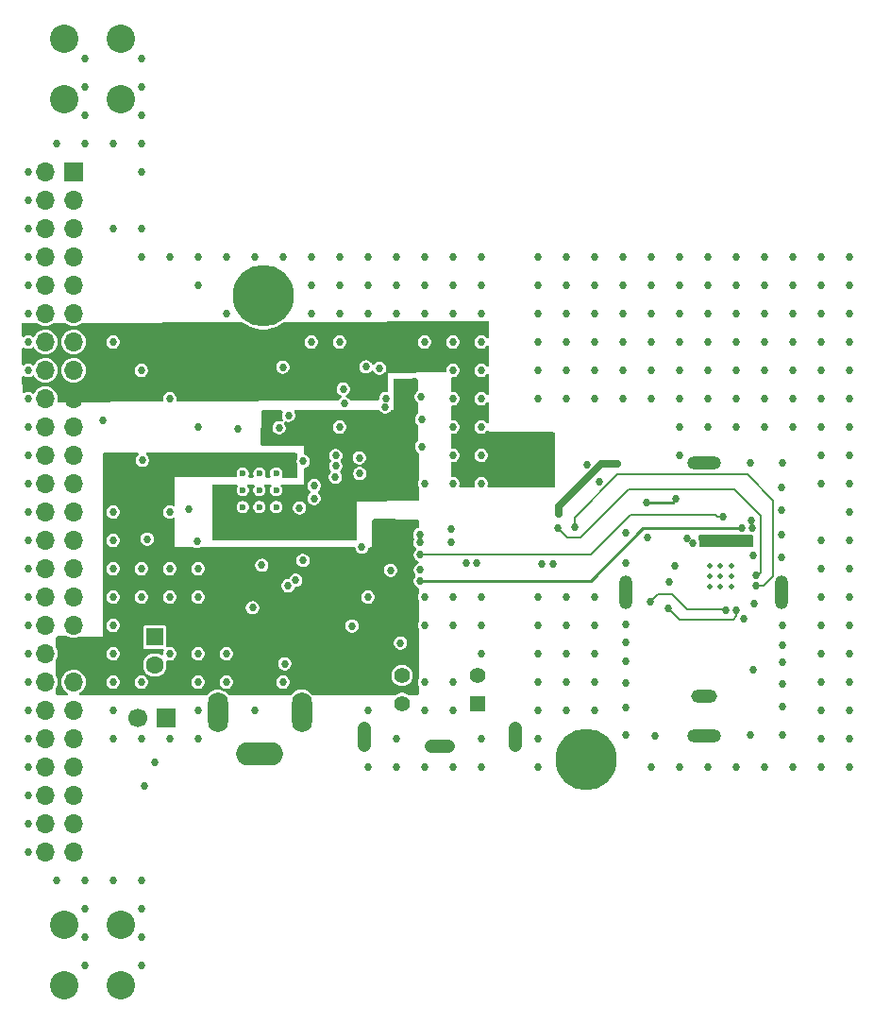
<source format=gbr>
%TF.GenerationSoftware,KiCad,Pcbnew,9.0.2+dfsg-1*%
%TF.CreationDate,2025-08-01T16:41:46+03:00*%
%TF.ProjectId,legacy_av_in,6c656761-6379-45f6-9176-5f696e2e6b69,rev?*%
%TF.SameCoordinates,Original*%
%TF.FileFunction,Copper,L3,Inr*%
%TF.FilePolarity,Positive*%
%FSLAX46Y46*%
G04 Gerber Fmt 4.6, Leading zero omitted, Abs format (unit mm)*
G04 Created by KiCad (PCBNEW 9.0.2+dfsg-1) date 2025-08-01 16:41:46*
%MOMM*%
%LPD*%
G01*
G04 APERTURE LIST*
%TA.AperFunction,ComponentPad*%
%ADD10R,1.700000X1.700000*%
%TD*%
%TA.AperFunction,ComponentPad*%
%ADD11O,1.700000X1.700000*%
%TD*%
%TA.AperFunction,ComponentPad*%
%ADD12C,2.540000*%
%TD*%
%TA.AperFunction,ComponentPad*%
%ADD13C,0.500000*%
%TD*%
%TA.AperFunction,ComponentPad*%
%ADD14C,5.500000*%
%TD*%
%TA.AperFunction,ComponentPad*%
%ADD15R,1.408000X1.408000*%
%TD*%
%TA.AperFunction,ComponentPad*%
%ADD16C,1.408000*%
%TD*%
%TA.AperFunction,ComponentPad*%
%ADD17O,2.730000X1.230000*%
%TD*%
%TA.AperFunction,ComponentPad*%
%ADD18O,1.230000X2.730000*%
%TD*%
%TA.AperFunction,ComponentPad*%
%ADD19O,1.800000X3.600000*%
%TD*%
%TA.AperFunction,ComponentPad*%
%ADD20O,4.200000X2.100000*%
%TD*%
%TA.AperFunction,ComponentPad*%
%ADD21R,1.600000X1.600000*%
%TD*%
%TA.AperFunction,ComponentPad*%
%ADD22C,1.600000*%
%TD*%
%TA.AperFunction,ComponentPad*%
%ADD23C,0.600000*%
%TD*%
%TA.AperFunction,ComponentPad*%
%ADD24O,2.330000X1.230000*%
%TD*%
%TA.AperFunction,ComponentPad*%
%ADD25O,1.230000X3.030000*%
%TD*%
%TA.AperFunction,ComponentPad*%
%ADD26O,3.030000X1.230000*%
%TD*%
%TA.AperFunction,ComponentPad*%
%ADD27C,1.700000*%
%TD*%
%TA.AperFunction,ViaPad*%
%ADD28C,0.686000*%
%TD*%
%TA.AperFunction,Conductor*%
%ADD29C,0.200000*%
%TD*%
%TA.AperFunction,Conductor*%
%ADD30C,0.250000*%
%TD*%
%TA.AperFunction,Conductor*%
%ADD31C,0.700000*%
%TD*%
G04 APERTURE END LIST*
D10*
%TO.N,/ADV_CLKIN*%
%TO.C,J1*%
X48925790Y-27248710D03*
D11*
%TO.N,/PCM_CLKIN*%
X46385790Y-27248710D03*
%TO.N,/ADV_LLC*%
X48925790Y-29788710D03*
%TO.N,unconnected-(J1-Pin_4-Pad4)*%
X46385790Y-29788710D03*
%TO.N,unconnected-(J1-Pin_5-Pad5)*%
X48925790Y-32328710D03*
%TO.N,unconnected-(J1-Pin_6-Pad6)*%
X46385790Y-32328710D03*
%TO.N,unconnected-(J1-Pin_7-Pad7)*%
X48925790Y-34868710D03*
%TO.N,unconnected-(J1-Pin_8-Pad8)*%
X46385790Y-34868710D03*
%TO.N,/ADV_VS*%
X48925790Y-37408710D03*
%TO.N,/ADV_IRQ*%
X46385790Y-37408710D03*
%TO.N,unconnected-(J1-Pin_11-Pad11)*%
X48925790Y-39948710D03*
%TO.N,/ADV_HS*%
X46385790Y-39948710D03*
%TO.N,/ADV_P6*%
X48925790Y-42488710D03*
%TO.N,/ADV_P7*%
X46385790Y-42488710D03*
%TO.N,/ADV_P4*%
X48925790Y-45028710D03*
%TO.N,/ADV_P5*%
X46385790Y-45028710D03*
%TO.N,/DVDD5*%
X48925790Y-47568710D03*
%TO.N,GND*%
X46385790Y-47568710D03*
%TO.N,/ADV_P2*%
X48925790Y-50108710D03*
%TO.N,/ADV_P3*%
X46385790Y-50108710D03*
%TO.N,/ADV_P0*%
X48925790Y-52648710D03*
%TO.N,/ADV_P1*%
X46385790Y-52648710D03*
%TO.N,/I2S_BCK_o*%
X48925790Y-55188710D03*
%TO.N,/I2S_WS_o*%
X46385790Y-55188710D03*
%TO.N,/I2S_DATA_o*%
X48925790Y-57728710D03*
%TO.N,unconnected-(J1-Pin_26-Pad26)*%
X46385790Y-57728710D03*
%TO.N,unconnected-(J1-Pin_27-Pad27)*%
X48925790Y-60268710D03*
%TO.N,unconnected-(J1-Pin_28-Pad28)*%
X46385790Y-60268710D03*
%TO.N,unconnected-(J1-Pin_29-Pad29)*%
X48925790Y-62808710D03*
%TO.N,unconnected-(J1-Pin_30-Pad30)*%
X46385790Y-62808710D03*
%TO.N,unconnected-(J1-Pin_31-Pad31)*%
X48925790Y-65348710D03*
%TO.N,unconnected-(J1-Pin_32-Pad32)*%
X46385790Y-65348710D03*
%TO.N,unconnected-(J1-Pin_33-Pad33)*%
X48925790Y-67888710D03*
%TO.N,unconnected-(J1-Pin_34-Pad34)*%
X46385790Y-67888710D03*
%TO.N,/DVDD3v3*%
X48925790Y-70428710D03*
%TO.N,GND*%
X46385790Y-70428710D03*
%TO.N,unconnected-(J1-Pin_37-Pad37)*%
X48925790Y-72968710D03*
%TO.N,unconnected-(J1-Pin_38-Pad38)*%
X46385790Y-72968710D03*
%TO.N,unconnected-(J1-Pin_39-Pad39)*%
X48925790Y-75508710D03*
%TO.N,unconnected-(J1-Pin_40-Pad40)*%
X46385790Y-75508710D03*
%TO.N,unconnected-(J1-Pin_41-Pad41)*%
X48925790Y-78048710D03*
%TO.N,unconnected-(J1-Pin_42-Pad42)*%
X46385790Y-78048710D03*
%TO.N,unconnected-(J1-Pin_43-Pad43)*%
X48925790Y-80588710D03*
%TO.N,unconnected-(J1-Pin_44-Pad44)*%
X46385790Y-80588710D03*
%TO.N,/I2S_BCK*%
X48925790Y-83128710D03*
%TO.N,/I2S_WS*%
X46385790Y-83128710D03*
%TO.N,/I2S_DATA*%
X48925790Y-85668710D03*
%TO.N,/SPDIF*%
X46385790Y-85668710D03*
%TO.N,/SDA*%
X48925790Y-88208710D03*
%TO.N,/SCL*%
X46385790Y-88208710D03*
%TD*%
D12*
%TO.N,GND*%
%TO.C,ST1*%
X53190000Y-15300000D03*
X48110000Y-15300000D03*
X53190000Y-20740000D03*
X48110000Y-20740000D03*
%TD*%
%TO.N,GND*%
%TO.C,ST2*%
X53190000Y-94720000D03*
X48110000Y-94720000D03*
X53190000Y-100160000D03*
X48110000Y-100160000D03*
%TD*%
D13*
%TO.N,GND*%
%TO.C,U2*%
X107920000Y-64450000D03*
X107920000Y-63500000D03*
X107920000Y-62550000D03*
X106970000Y-64450000D03*
X106970000Y-63500000D03*
X106970000Y-62550000D03*
X106020000Y-64450000D03*
X106020000Y-63500000D03*
X106020000Y-62550000D03*
%TD*%
D14*
%TO.N,unconnected-(MH4-Pad1)*%
%TO.C,MH4*%
X94900000Y-79930000D03*
%TD*%
D15*
%TO.N,GND*%
%TO.C,J4*%
X85190000Y-74890000D03*
D16*
X78390000Y-74890000D03*
%TO.N,/SV_Y*%
X85190000Y-72390000D03*
%TO.N,/SV_C*%
X78390000Y-72390000D03*
D17*
%TO.N,GND*%
X81790000Y-78690000D03*
D18*
X75040000Y-77890000D03*
X88540000Y-77890000D03*
%TD*%
D19*
%TO.N,/CVBS1*%
%TO.C,J3*%
X61887500Y-75700000D03*
X69387500Y-75700000D03*
D20*
%TO.N,GND*%
X65637500Y-79400000D03*
%TD*%
D21*
%TO.N,Net-(C3-Pad1)*%
%TO.C,C42*%
X56220000Y-68940000D03*
D22*
%TO.N,Net-(J5-Pin_1)*%
X56220000Y-71440000D03*
%TD*%
D23*
%TO.N,GND*%
%TO.C,U1*%
X67100000Y-54277500D03*
X65600000Y-54277500D03*
X64100000Y-54277500D03*
X67100000Y-55777500D03*
X65600000Y-55777500D03*
X64100000Y-55777500D03*
X67100000Y-57277500D03*
X65600000Y-57277500D03*
X64100000Y-57277500D03*
%TD*%
D24*
%TO.N,Net-(D3-TVS2)*%
%TO.C,J2*%
X105470000Y-74250000D03*
D25*
%TO.N,GND*%
X98470000Y-64950000D03*
D26*
X105470000Y-53350000D03*
X105470000Y-77750000D03*
D25*
X112470000Y-64950000D03*
%TD*%
D14*
%TO.N,unconnected-(MH5-Pad1)*%
%TO.C,MH5*%
X65950000Y-38360000D03*
%TD*%
D10*
%TO.N,Net-(J5-Pin_1)*%
%TO.C,J5*%
X57205000Y-76180000D03*
D27*
%TO.N,GND*%
X54665000Y-76180000D03*
%TD*%
D28*
%TO.N,GND*%
X85498408Y-65346427D03*
X55018408Y-19626427D03*
X113438408Y-42486427D03*
X95658408Y-47566427D03*
X52478408Y-24706427D03*
X98470000Y-71120000D03*
X85498408Y-45026427D03*
X115978408Y-52646427D03*
X60098408Y-72966427D03*
X70258408Y-42486427D03*
X60098408Y-65346427D03*
X110898408Y-45026427D03*
X55018408Y-90746427D03*
X108358408Y-45026427D03*
X98460000Y-77730000D03*
X67360000Y-50180000D03*
X44858408Y-67886427D03*
X47398408Y-24706427D03*
X95658408Y-42486427D03*
X49938408Y-90746427D03*
X115978408Y-78046427D03*
X67718408Y-34866427D03*
X44858408Y-83126427D03*
X55018408Y-45026427D03*
X93118408Y-39946427D03*
X118518408Y-52646427D03*
X55018408Y-34866427D03*
X44858408Y-80586427D03*
X85498408Y-67886427D03*
X82958408Y-80586427D03*
X82958408Y-72966427D03*
X44858408Y-78046427D03*
X103278408Y-42486427D03*
X103960000Y-60080000D03*
X80418408Y-75506427D03*
X98460000Y-75270000D03*
X57558408Y-70426427D03*
X102320000Y-64020000D03*
X100738408Y-47566427D03*
X115978408Y-80586427D03*
X90578408Y-70426427D03*
X105818408Y-50106427D03*
X69510000Y-62060000D03*
X52478408Y-60266427D03*
X90578408Y-65346427D03*
X103278408Y-80586427D03*
X113438408Y-45026427D03*
X96130330Y-55040330D03*
X112470000Y-55560000D03*
X115978408Y-45026427D03*
X74564000Y-52870000D03*
X113438408Y-39946427D03*
X90578408Y-72966427D03*
X63700000Y-50247000D03*
X55018408Y-95826427D03*
X44858408Y-52646427D03*
X110898408Y-80586427D03*
X100738408Y-39946427D03*
X82958408Y-50106427D03*
X72798408Y-39946427D03*
X55018408Y-24706427D03*
X55018408Y-62806427D03*
X95658408Y-37406427D03*
X52478408Y-42486427D03*
X112520000Y-69680000D03*
X52478408Y-65346427D03*
X52478408Y-90746427D03*
X62638408Y-72966427D03*
X75338408Y-39946427D03*
X108358408Y-34866427D03*
X52478408Y-32326427D03*
X55018408Y-98366427D03*
X110898408Y-37406427D03*
X80418408Y-65346427D03*
X65178408Y-75506427D03*
X85498408Y-50106427D03*
X118518408Y-78046427D03*
X59990000Y-60390000D03*
X59240000Y-57500000D03*
X82958408Y-75506427D03*
X75338408Y-65346427D03*
X85100000Y-62320000D03*
X93118408Y-70426427D03*
X82958408Y-42486427D03*
X108358408Y-47566427D03*
X44858408Y-55186427D03*
X90578408Y-37406427D03*
X93118408Y-47566427D03*
X80418408Y-37406427D03*
X115978408Y-72966427D03*
X75160000Y-44722500D03*
X60098408Y-75506427D03*
X93118408Y-34866427D03*
X55018408Y-78046427D03*
X93118408Y-72966427D03*
X52478408Y-72966427D03*
X110898408Y-39946427D03*
X65820000Y-62490000D03*
X57558408Y-34866427D03*
X112480000Y-53360000D03*
X74800000Y-60880000D03*
X103278408Y-37406427D03*
X47398408Y-90746427D03*
X118518408Y-45026427D03*
X77878408Y-37406427D03*
X104490000Y-60490000D03*
X108358408Y-37406427D03*
X57558408Y-65346427D03*
X57558408Y-57726427D03*
X44858408Y-72966427D03*
X72798408Y-42486427D03*
X49938408Y-17086427D03*
X62638408Y-34866427D03*
X44858408Y-32326427D03*
X95658408Y-67886427D03*
X73227500Y-48011750D03*
X115978408Y-75506427D03*
X118518408Y-65346427D03*
X82958408Y-67886427D03*
X95000000Y-53470000D03*
X77878408Y-34866427D03*
X118518408Y-34866427D03*
X112470000Y-57580000D03*
X115978408Y-37406427D03*
X70258408Y-39946427D03*
X112500000Y-75150000D03*
X67718408Y-72966427D03*
X80160000Y-49430000D03*
X82958408Y-52646427D03*
X49938408Y-19626427D03*
X85498408Y-39946427D03*
X118518408Y-47566427D03*
X103278408Y-34866427D03*
X98480000Y-67760000D03*
X95658408Y-45026427D03*
X109890000Y-71850000D03*
X90578408Y-42486427D03*
X85498408Y-70426427D03*
X44858408Y-57726427D03*
X90578408Y-75506427D03*
X98198408Y-47566427D03*
X57558408Y-78046427D03*
X118518408Y-57726427D03*
X44858408Y-85666427D03*
X82958408Y-65346427D03*
X112520000Y-73110000D03*
X118518408Y-39946427D03*
X80000000Y-60470000D03*
X115978408Y-65346427D03*
X85498408Y-34866427D03*
X85498408Y-80586427D03*
X93118408Y-42486427D03*
X90910000Y-62370000D03*
X118518408Y-55186427D03*
X77878408Y-39946427D03*
X49938408Y-93286427D03*
X118518408Y-37406427D03*
X110898408Y-47566427D03*
X44858408Y-37406427D03*
X55018408Y-17086427D03*
X49938408Y-22166427D03*
X112500000Y-77700000D03*
X80140000Y-51860000D03*
X115978408Y-34866427D03*
X118518408Y-62806427D03*
X95658408Y-72966427D03*
X85498408Y-55186427D03*
X76900000Y-48300000D03*
X55018408Y-65346427D03*
X108358408Y-42486427D03*
X115978408Y-42486427D03*
X75338408Y-80586427D03*
X80418408Y-72966427D03*
X80418408Y-34866427D03*
X105818408Y-42486427D03*
X44858408Y-50106427D03*
X60098408Y-50106427D03*
X60098408Y-62806427D03*
X44858408Y-47566427D03*
X118518408Y-60266427D03*
X82958408Y-55186427D03*
X90578408Y-67886427D03*
X74594000Y-54280000D03*
X80418408Y-80586427D03*
X93118408Y-65346427D03*
X109770000Y-59180000D03*
X98198408Y-37406427D03*
X62638408Y-70426427D03*
X90578408Y-78046427D03*
X52478408Y-75506427D03*
X55018408Y-22166427D03*
X118518408Y-42486427D03*
X109760000Y-58530000D03*
X82958408Y-47566427D03*
X70258408Y-37406427D03*
X90578408Y-34866427D03*
X90578408Y-80586427D03*
X115978408Y-67886427D03*
X110898408Y-50106427D03*
X118518408Y-50106427D03*
X109990000Y-65930000D03*
X98198408Y-45026427D03*
X49938408Y-95826427D03*
X44858408Y-75506427D03*
X105818408Y-47566427D03*
X80418408Y-67886427D03*
X93118408Y-67886427D03*
X44858408Y-60266427D03*
X52478408Y-62806427D03*
X90578408Y-47566427D03*
X52478408Y-70426427D03*
X44858408Y-27246427D03*
X44858408Y-29786427D03*
X85498408Y-78046427D03*
X115978408Y-70426427D03*
X115978408Y-39946427D03*
X55018408Y-72966427D03*
X44858408Y-62806427D03*
X60098408Y-37406427D03*
X85498408Y-52646427D03*
X100738408Y-37406427D03*
X101110000Y-77750000D03*
X77878408Y-78046427D03*
X60098408Y-78046427D03*
X109873503Y-61618372D03*
X98198408Y-39946427D03*
X100738408Y-45026427D03*
X98470000Y-69390000D03*
X98460000Y-73060000D03*
X52478408Y-57726427D03*
X103278408Y-45026427D03*
X57558408Y-47566427D03*
X113438408Y-37406427D03*
X90578408Y-45026427D03*
X85498408Y-37406427D03*
X80120000Y-47390000D03*
X52478408Y-67886427D03*
X82958408Y-37406427D03*
X105818408Y-80586427D03*
X98487000Y-59580000D03*
X105818408Y-37406427D03*
X80020000Y-62930000D03*
X103278408Y-39946427D03*
X110898408Y-42486427D03*
X52478408Y-78046427D03*
X82958408Y-34866427D03*
X102863001Y-62548000D03*
X105818408Y-34866427D03*
X95658408Y-65346427D03*
X103278408Y-50106427D03*
X109650000Y-53360000D03*
X93118408Y-37406427D03*
X91960000Y-62400000D03*
X55018408Y-27246427D03*
X44858408Y-70426427D03*
X76380000Y-44842500D03*
X60098408Y-70426427D03*
X44858408Y-34866427D03*
X72798408Y-50106427D03*
X103278408Y-47566427D03*
X44858408Y-65346427D03*
X115978408Y-60266427D03*
X118518408Y-72966427D03*
X95658408Y-70426427D03*
X115978408Y-47566427D03*
X113438408Y-80586427D03*
X73110000Y-46710000D03*
X70258408Y-34866427D03*
X100738408Y-80586427D03*
X105818408Y-45026427D03*
X55018408Y-93286427D03*
X109620000Y-77720000D03*
X85498408Y-47566427D03*
X113438408Y-47566427D03*
X100738408Y-34866427D03*
X72798408Y-37406427D03*
X82958408Y-45026427D03*
X115978408Y-62806427D03*
X113438408Y-50106427D03*
X84130000Y-62320000D03*
X72798408Y-34866427D03*
X44858408Y-42486427D03*
X112460000Y-59800000D03*
X112450000Y-61830000D03*
X113438408Y-34866427D03*
X100738408Y-42486427D03*
X80418408Y-42486427D03*
X95658408Y-34866427D03*
X103278408Y-52646427D03*
X49938408Y-98366427D03*
X112520000Y-67900000D03*
X60098408Y-34866427D03*
X80418408Y-55186427D03*
X76930000Y-47560000D03*
X93118408Y-75506427D03*
X98198408Y-34866427D03*
X80418408Y-39946427D03*
X67880000Y-71320000D03*
X44858408Y-39946427D03*
X115978408Y-50106427D03*
X95658408Y-39946427D03*
X55018408Y-32326427D03*
X110898408Y-34866427D03*
X44858408Y-88206427D03*
X85498408Y-42486427D03*
X98198408Y-42486427D03*
X49938408Y-24706427D03*
X75338408Y-75506427D03*
X118518408Y-80586427D03*
X108358408Y-39946427D03*
X95658408Y-75506427D03*
X100423001Y-59978000D03*
X57558408Y-62806427D03*
X105818408Y-39946427D03*
X62638408Y-39946427D03*
X82958408Y-39946427D03*
X118518408Y-70426427D03*
X77878408Y-80586427D03*
X108358408Y-50106427D03*
X115978408Y-55186427D03*
X93118408Y-45026427D03*
X109020000Y-67310000D03*
X79990000Y-59750000D03*
X77370000Y-62940000D03*
X44858408Y-45026427D03*
X90578408Y-39946427D03*
X112540000Y-71230000D03*
X75338408Y-34866427D03*
X108358408Y-80586427D03*
X75338408Y-37406427D03*
X65178408Y-34866427D03*
X118518408Y-67886427D03*
X98480000Y-62290000D03*
X118518408Y-75506427D03*
%TO.N,/DVDD3v3*%
X50910000Y-70260000D03*
X77960000Y-58980000D03*
X77210000Y-58970000D03*
X50880000Y-71630000D03*
X68070000Y-52940000D03*
X69930000Y-65820000D03*
X77570000Y-59650000D03*
X73890000Y-61210000D03*
%TO.N,/DVDD5*%
X91630000Y-50835000D03*
X74170000Y-42692500D03*
X76110000Y-42672500D03*
X75450000Y-46210000D03*
X91640000Y-51715000D03*
X91670000Y-54440000D03*
%TO.N,Net-(C3-Pad1)*%
X64980000Y-66310000D03*
%TO.N,/DVDD1v8*%
X79480000Y-46760000D03*
X66500000Y-49780000D03*
X78720000Y-46730000D03*
X68280000Y-59890000D03*
X62620000Y-59010000D03*
X61930000Y-56570000D03*
X79480000Y-46030000D03*
%TO.N,/SI_AOUT*%
X80040000Y-61560000D03*
X107160000Y-58150000D03*
%TO.N,/DVDD1v8RF*%
X106430000Y-60510000D03*
X109460000Y-60390000D03*
%TO.N,/SV_C*%
X78260000Y-69460000D03*
%TO.N,/SDA_F*%
X70500000Y-56510000D03*
X56210000Y-80150000D03*
X82760000Y-59230000D03*
%TO.N,/SCL_F*%
X70520000Y-55350000D03*
X55320000Y-82270000D03*
X82770000Y-60420000D03*
%TO.N,/ADV_CLKIN*%
X51560000Y-49480000D03*
X55540000Y-60150000D03*
X55110000Y-53100000D03*
%TO.N,/ADV_LLC*%
X67690000Y-44740000D03*
X68200000Y-49080000D03*
%TO.N,/I2S_BCK_o*%
X72434000Y-53610000D03*
%TO.N,/I2S_WS_o*%
X72454000Y-52660000D03*
%TO.N,/I2S_DATA_o*%
X72424000Y-54600000D03*
%TO.N,Net-(U2-ADDR)*%
X100670000Y-65780000D03*
X107440000Y-66520000D03*
%TO.N,/CVBS2*%
X73910000Y-67940000D03*
X80030000Y-63910000D03*
X108870000Y-59190000D03*
%TO.N,/DVDD3v3RF*%
X97680000Y-53400000D03*
X92430000Y-57910000D03*
%TO.N,Net-(U1-~PWRDWN)*%
X69530000Y-53190000D03*
X68859315Y-63839526D03*
%TO.N,Net-(U1-~RESET)*%
X69210000Y-57370000D03*
X68170000Y-64330000D03*
%TO.N,Net-(U2-RSTB)*%
X102270000Y-66330000D03*
X108380000Y-66490000D03*
%TO.N,Net-(Q1-B)*%
X100300000Y-56840000D03*
X102985000Y-56545000D03*
%TO.N,/SDA_RF*%
X110135330Y-63415330D03*
X92360000Y-59150000D03*
%TO.N,/SCL_RF*%
X93870000Y-59120000D03*
X110130000Y-64330000D03*
%TD*%
D29*
%TO.N,/SI_AOUT*%
X95310000Y-61560000D02*
X80040000Y-61560000D01*
X107160000Y-58150000D02*
X106690000Y-58150000D01*
X106490000Y-57950000D02*
X98920000Y-57950000D01*
X106690000Y-58150000D02*
X106490000Y-57950000D01*
X98920000Y-57950000D02*
X95310000Y-61560000D01*
%TO.N,Net-(U2-ADDR)*%
X100670000Y-65780000D02*
X101374000Y-65076000D01*
X102582000Y-65076000D02*
X103966000Y-66460000D01*
X107380000Y-66460000D02*
X107440000Y-66520000D01*
X103966000Y-66460000D02*
X107380000Y-66460000D01*
X101374000Y-65076000D02*
X102582000Y-65076000D01*
D30*
%TO.N,/CVBS2*%
X95300000Y-63910000D02*
X80030000Y-63910000D01*
X100020000Y-59190000D02*
X95300000Y-63910000D01*
X108870000Y-59190000D02*
X100020000Y-59190000D01*
D31*
%TO.N,/DVDD3v3RF*%
X92430000Y-57247739D02*
X96277739Y-53400000D01*
X96277739Y-53400000D02*
X97680000Y-53400000D01*
X92430000Y-57910000D02*
X92430000Y-57247739D01*
D29*
%TO.N,Net-(U2-RSTB)*%
X103300000Y-67336000D02*
X108124000Y-67336000D01*
X102390000Y-66426000D02*
X103300000Y-67336000D01*
X108380000Y-67080000D02*
X108380000Y-66490000D01*
X102366000Y-66426000D02*
X102390000Y-66426000D01*
X102270000Y-66330000D02*
X102366000Y-66426000D01*
X108124000Y-67336000D02*
X108380000Y-67080000D01*
D30*
%TO.N,Net-(Q1-B)*%
X102690000Y-56840000D02*
X100300000Y-56840000D01*
X102985000Y-56545000D02*
X102690000Y-56840000D01*
D29*
%TO.N,/SDA_RF*%
X108180754Y-55670000D02*
X110560000Y-58049246D01*
X92360000Y-59150000D02*
X93200000Y-59990000D01*
X110274670Y-63415330D02*
X110135330Y-63415330D01*
X94380000Y-59990000D02*
X98700000Y-55670000D01*
X93200000Y-59990000D02*
X94380000Y-59990000D01*
X110560000Y-63130000D02*
X110274670Y-63415330D01*
X110560000Y-58049246D02*
X110560000Y-63130000D01*
X98700000Y-55670000D02*
X108180754Y-55670000D01*
%TO.N,/SCL_RF*%
X93870000Y-58210000D02*
X97710000Y-54370000D01*
X110790000Y-64330000D02*
X110130000Y-64330000D01*
X111670000Y-63450000D02*
X110790000Y-64330000D01*
X97710000Y-54370000D02*
X109360000Y-54370000D01*
X93870000Y-59120000D02*
X93870000Y-58300000D01*
X93870000Y-58300000D02*
X93870000Y-58210000D01*
X111670000Y-56680000D02*
X111670000Y-63450000D01*
X109360000Y-54370000D02*
X111670000Y-56680000D01*
%TD*%
%TA.AperFunction,Conductor*%
%TO.N,/DVDD3v3*%
G36*
X54663224Y-52403569D02*
G01*
X54731322Y-52423649D01*
X54777754Y-52477358D01*
X54787777Y-52547644D01*
X54758210Y-52612191D01*
X54751081Y-52618901D01*
X54751422Y-52619242D01*
X54635087Y-52735576D01*
X54635079Y-52735586D01*
X54556948Y-52870913D01*
X54556945Y-52870920D01*
X54516500Y-53021865D01*
X54516500Y-53178134D01*
X54516499Y-53178134D01*
X54556945Y-53329079D01*
X54556948Y-53329086D01*
X54635079Y-53464413D01*
X54635087Y-53464423D01*
X54745576Y-53574912D01*
X54745581Y-53574916D01*
X54745583Y-53574918D01*
X54880918Y-53653054D01*
X55031864Y-53693500D01*
X55031866Y-53693500D01*
X55188134Y-53693500D01*
X55188136Y-53693500D01*
X55339082Y-53653054D01*
X55474417Y-53574918D01*
X55584918Y-53464417D01*
X55663054Y-53329082D01*
X55703500Y-53178136D01*
X55703500Y-53021864D01*
X55663054Y-52870918D01*
X55584918Y-52735583D01*
X55584916Y-52735581D01*
X55584912Y-52735576D01*
X55469026Y-52619690D01*
X55435000Y-52557378D01*
X55440065Y-52486563D01*
X55482612Y-52429727D01*
X55549132Y-52404916D01*
X55558256Y-52404595D01*
X68868514Y-52419854D01*
X68936609Y-52439934D01*
X68983041Y-52493643D01*
X68994365Y-52546485D01*
X68992590Y-52900686D01*
X68978536Y-52952633D01*
X68980108Y-52953284D01*
X68976948Y-52960913D01*
X68976947Y-52960915D01*
X68976946Y-52960918D01*
X68936500Y-53111864D01*
X68936500Y-53111866D01*
X68936500Y-53268134D01*
X68936499Y-53268134D01*
X68976945Y-53419079D01*
X68980107Y-53426711D01*
X68976975Y-53428008D01*
X68989710Y-53475585D01*
X68984381Y-54538886D01*
X68964038Y-54606906D01*
X68910150Y-54653130D01*
X68857637Y-54664253D01*
X67731385Y-54657588D01*
X67663384Y-54637183D01*
X67617210Y-54583253D01*
X67607522Y-54512921D01*
X67611622Y-54498171D01*
X67610846Y-54497963D01*
X67612984Y-54489985D01*
X67650500Y-54349975D01*
X67650500Y-54205025D01*
X67612984Y-54065015D01*
X67540509Y-53939485D01*
X67540507Y-53939483D01*
X67540503Y-53939478D01*
X67438021Y-53836996D01*
X67438011Y-53836988D01*
X67312485Y-53764516D01*
X67172475Y-53727000D01*
X67027525Y-53727000D01*
X66944637Y-53749210D01*
X66887514Y-53764516D01*
X66761988Y-53836988D01*
X66761978Y-53836996D01*
X66659496Y-53939478D01*
X66659488Y-53939488D01*
X66587016Y-54065014D01*
X66549500Y-54205026D01*
X66549500Y-54349973D01*
X66549499Y-54349973D01*
X66571397Y-54431697D01*
X66585035Y-54482593D01*
X66587418Y-54491484D01*
X66586804Y-54517243D01*
X66590320Y-54542764D01*
X66585973Y-54552133D01*
X66585728Y-54562460D01*
X66571287Y-54583796D01*
X66560446Y-54607169D01*
X66551723Y-54612701D01*
X66545934Y-54621256D01*
X66522248Y-54631398D01*
X66500493Y-54645199D01*
X66485056Y-54647325D01*
X66480670Y-54649204D01*
X66464966Y-54650093D01*
X66233910Y-54648726D01*
X66165908Y-54628321D01*
X66119734Y-54574391D01*
X66110046Y-54504059D01*
X66112948Y-54490116D01*
X66112982Y-54489987D01*
X66112984Y-54489985D01*
X66150500Y-54349975D01*
X66150500Y-54205025D01*
X66112984Y-54065015D01*
X66040509Y-53939485D01*
X66040507Y-53939483D01*
X66040503Y-53939478D01*
X65938021Y-53836996D01*
X65938011Y-53836988D01*
X65812485Y-53764516D01*
X65672475Y-53727000D01*
X65527525Y-53727000D01*
X65444637Y-53749210D01*
X65387514Y-53764516D01*
X65261988Y-53836988D01*
X65261978Y-53836996D01*
X65159496Y-53939478D01*
X65159488Y-53939488D01*
X65087016Y-54065014D01*
X65049500Y-54205026D01*
X65049500Y-54349973D01*
X65049499Y-54349973D01*
X65085035Y-54482593D01*
X65084421Y-54508352D01*
X65087937Y-54533873D01*
X65083590Y-54543242D01*
X65083345Y-54553570D01*
X65068903Y-54574907D01*
X65058063Y-54598278D01*
X65049340Y-54603810D01*
X65043551Y-54612365D01*
X65019866Y-54622507D01*
X64998110Y-54636308D01*
X64982672Y-54638434D01*
X64978286Y-54640313D01*
X64962582Y-54641202D01*
X64736283Y-54639863D01*
X64668282Y-54619458D01*
X64622108Y-54565528D01*
X64612420Y-54495196D01*
X64615320Y-54481265D01*
X64650500Y-54349975D01*
X64650500Y-54205025D01*
X64612984Y-54065015D01*
X64540509Y-53939485D01*
X64540507Y-53939483D01*
X64540503Y-53939478D01*
X64438021Y-53836996D01*
X64438011Y-53836988D01*
X64312485Y-53764516D01*
X64172475Y-53727000D01*
X64027525Y-53727000D01*
X63944637Y-53749210D01*
X63887514Y-53764516D01*
X63761988Y-53836988D01*
X63761978Y-53836996D01*
X63659496Y-53939478D01*
X63659488Y-53939488D01*
X63587016Y-54065014D01*
X63549500Y-54205026D01*
X63549500Y-54349973D01*
X63549499Y-54349973D01*
X63578463Y-54458067D01*
X63582138Y-54471782D01*
X63582653Y-54473702D01*
X63580963Y-54544678D01*
X63541169Y-54603474D01*
X63475905Y-54631422D01*
X63460200Y-54632311D01*
X58000000Y-54599999D01*
X58000000Y-54600000D01*
X58007941Y-57082010D01*
X57988157Y-57150194D01*
X57934651Y-57196859D01*
X57864409Y-57207187D01*
X57818942Y-57191532D01*
X57787494Y-57173375D01*
X57787491Y-57173374D01*
X57787490Y-57173373D01*
X57787488Y-57173372D01*
X57787487Y-57173372D01*
X57747041Y-57162534D01*
X57636544Y-57132927D01*
X57480272Y-57132927D01*
X57415831Y-57150194D01*
X57329328Y-57173372D01*
X57329321Y-57173375D01*
X57193994Y-57251506D01*
X57193984Y-57251514D01*
X57083495Y-57362003D01*
X57083487Y-57362013D01*
X57005356Y-57497340D01*
X57005354Y-57497345D01*
X56967060Y-57640262D01*
X56964908Y-57648292D01*
X56964908Y-57804561D01*
X56964907Y-57804561D01*
X57005353Y-57955506D01*
X57005356Y-57955513D01*
X57083487Y-58090840D01*
X57083495Y-58090850D01*
X57193984Y-58201339D01*
X57193989Y-58201343D01*
X57193991Y-58201345D01*
X57193992Y-58201346D01*
X57193994Y-58201347D01*
X57289119Y-58256267D01*
X57329326Y-58279481D01*
X57480272Y-58319927D01*
X57480274Y-58319927D01*
X57636542Y-58319927D01*
X57636544Y-58319927D01*
X57787490Y-58279481D01*
X57823057Y-58258945D01*
X57892052Y-58242208D01*
X57959144Y-58265428D01*
X58003031Y-58321235D01*
X58012056Y-58367662D01*
X58019999Y-60849999D01*
X58020000Y-60850000D01*
X59570752Y-60852628D01*
X59633532Y-60869507D01*
X59760918Y-60943054D01*
X59911864Y-60983500D01*
X59911866Y-60983500D01*
X60068134Y-60983500D01*
X60068136Y-60983500D01*
X60219082Y-60943054D01*
X60344014Y-60870924D01*
X60407217Y-60854046D01*
X74088358Y-60877234D01*
X74156439Y-60897351D01*
X74202841Y-60951085D01*
X74209844Y-60970617D01*
X74213869Y-60985638D01*
X74246945Y-61109079D01*
X74246948Y-61109086D01*
X74325079Y-61244413D01*
X74325087Y-61244423D01*
X74435576Y-61354912D01*
X74435581Y-61354916D01*
X74435583Y-61354918D01*
X74570918Y-61433054D01*
X74721864Y-61473500D01*
X74721866Y-61473500D01*
X74878134Y-61473500D01*
X74878136Y-61473500D01*
X75029082Y-61433054D01*
X75164417Y-61354918D01*
X75274918Y-61244417D01*
X75353054Y-61109082D01*
X75389508Y-60973030D01*
X75426459Y-60912411D01*
X75490319Y-60881390D01*
X75511410Y-60879646D01*
X75720000Y-60880000D01*
X75720000Y-60879999D01*
X75720000Y-58477012D01*
X75740002Y-58408891D01*
X75793658Y-58362398D01*
X75847007Y-58351016D01*
X79774686Y-58382437D01*
X79842642Y-58402983D01*
X79888704Y-58457009D01*
X79899675Y-58508453D01*
X79899589Y-59063125D01*
X79879576Y-59131242D01*
X79825914Y-59177727D01*
X79806202Y-59184811D01*
X79760919Y-59196945D01*
X79625586Y-59275079D01*
X79625576Y-59275087D01*
X79515087Y-59385576D01*
X79515079Y-59385586D01*
X79436948Y-59520913D01*
X79436945Y-59520920D01*
X79396500Y-59671865D01*
X79396500Y-59828134D01*
X79396499Y-59828134D01*
X79436945Y-59979079D01*
X79436947Y-59979084D01*
X79481159Y-60055661D01*
X79497896Y-60124656D01*
X79481159Y-60181659D01*
X79446947Y-60240915D01*
X79446945Y-60240920D01*
X79406500Y-60391865D01*
X79406500Y-60548134D01*
X79406499Y-60548134D01*
X79446945Y-60699079D01*
X79446948Y-60699086D01*
X79525079Y-60834413D01*
X79525087Y-60834423D01*
X79636569Y-60945905D01*
X79670595Y-61008217D01*
X79665530Y-61079032D01*
X79636569Y-61124095D01*
X79565087Y-61195576D01*
X79565079Y-61195586D01*
X79486948Y-61330913D01*
X79486945Y-61330920D01*
X79446500Y-61481865D01*
X79446500Y-61638134D01*
X79446499Y-61638134D01*
X79486945Y-61789079D01*
X79486948Y-61789086D01*
X79565079Y-61924413D01*
X79565087Y-61924423D01*
X79675576Y-62034912D01*
X79675581Y-62034916D01*
X79675583Y-62034918D01*
X79810918Y-62113054D01*
X79810924Y-62113055D01*
X79818549Y-62116214D01*
X79817467Y-62118824D01*
X79829880Y-62126390D01*
X79855622Y-62138150D01*
X79859774Y-62144612D01*
X79866334Y-62148611D01*
X79878701Y-62174070D01*
X79893999Y-62197880D01*
X79895566Y-62208789D01*
X79897355Y-62212472D01*
X79899099Y-62233379D01*
X79899097Y-62251290D01*
X79879087Y-62319409D01*
X79825426Y-62365895D01*
X79805710Y-62372982D01*
X79790919Y-62376945D01*
X79655586Y-62455079D01*
X79655576Y-62455087D01*
X79545087Y-62565576D01*
X79545079Y-62565586D01*
X79466948Y-62700913D01*
X79466945Y-62700920D01*
X79426500Y-62851865D01*
X79426500Y-63008134D01*
X79426499Y-63008134D01*
X79466945Y-63159079D01*
X79466948Y-63159086D01*
X79545079Y-63294413D01*
X79545087Y-63294423D01*
X79586569Y-63335905D01*
X79620595Y-63398217D01*
X79615530Y-63469032D01*
X79586569Y-63514095D01*
X79555087Y-63545576D01*
X79555079Y-63545586D01*
X79476948Y-63680913D01*
X79476945Y-63680920D01*
X79436500Y-63831865D01*
X79436500Y-63988134D01*
X79436499Y-63988134D01*
X79476945Y-64139079D01*
X79476948Y-64139086D01*
X79555079Y-64274413D01*
X79555087Y-64274423D01*
X79665576Y-64384912D01*
X79665581Y-64384916D01*
X79665583Y-64384918D01*
X79665584Y-64384919D01*
X79665586Y-64384920D01*
X79738363Y-64426938D01*
X79800918Y-64463054D01*
X79805347Y-64464240D01*
X79865969Y-64501191D01*
X79896991Y-64565051D01*
X79898736Y-64585966D01*
X79898668Y-65025899D01*
X79881789Y-65088878D01*
X79865354Y-65117344D01*
X79824908Y-65268292D01*
X79824908Y-65424561D01*
X79824907Y-65424561D01*
X79845131Y-65500036D01*
X79865353Y-65575506D01*
X79865355Y-65575511D01*
X79881689Y-65603804D01*
X79898568Y-65666820D01*
X79898275Y-67566580D01*
X79881395Y-67629559D01*
X79865355Y-67657341D01*
X79824908Y-67808292D01*
X79824908Y-67964561D01*
X79824907Y-67964561D01*
X79865353Y-68115506D01*
X79865355Y-68115511D01*
X79881296Y-68143121D01*
X79898176Y-68206139D01*
X79897490Y-72647939D01*
X79880611Y-72710917D01*
X79865355Y-72737342D01*
X79865354Y-72737344D01*
X79865354Y-72737345D01*
X79826567Y-72882102D01*
X79824908Y-72888292D01*
X79824908Y-73044561D01*
X79824907Y-73044561D01*
X79865354Y-73195509D01*
X79880512Y-73221764D01*
X79897391Y-73284781D01*
X79897281Y-74004127D01*
X79877269Y-74072245D01*
X79823606Y-74118730D01*
X79771397Y-74130108D01*
X79010182Y-74130809D01*
X78942043Y-74110870D01*
X78940064Y-74109574D01*
X78879655Y-74069210D01*
X78842125Y-74044133D01*
X78668417Y-73972181D01*
X78484012Y-73935500D01*
X78484010Y-73935500D01*
X78295990Y-73935500D01*
X78295987Y-73935500D01*
X78111582Y-73972181D01*
X78111577Y-73972183D01*
X77937876Y-74044132D01*
X77838218Y-74110721D01*
X77770465Y-74131935D01*
X77768333Y-74131955D01*
X70393491Y-74138756D01*
X70325352Y-74118817D01*
X70291440Y-74086818D01*
X70265053Y-74050499D01*
X70265046Y-74050492D01*
X70265042Y-74050487D01*
X70137006Y-73922451D01*
X70137003Y-73922449D01*
X70137001Y-73922447D01*
X69990494Y-73816004D01*
X69829139Y-73733789D01*
X69829136Y-73733788D01*
X69829134Y-73733787D01*
X69656912Y-73677830D01*
X69656909Y-73677829D01*
X69478046Y-73649500D01*
X69296954Y-73649500D01*
X69118091Y-73677829D01*
X69118088Y-73677829D01*
X69118087Y-73677830D01*
X68945865Y-73733787D01*
X68945859Y-73733790D01*
X68784502Y-73816006D01*
X68637996Y-73922449D01*
X68637993Y-73922451D01*
X68509952Y-74050492D01*
X68509947Y-74050499D01*
X68483562Y-74086816D01*
X68482211Y-74088675D01*
X68425988Y-74132028D01*
X68380391Y-74140613D01*
X62898513Y-74145668D01*
X62830374Y-74125729D01*
X62796461Y-74093729D01*
X62792789Y-74088675D01*
X62765053Y-74050499D01*
X62765050Y-74050496D01*
X62765048Y-74050493D01*
X62637006Y-73922451D01*
X62637003Y-73922449D01*
X62637001Y-73922447D01*
X62490494Y-73816004D01*
X62475025Y-73808122D01*
X62425817Y-73783048D01*
X62425804Y-73783042D01*
X62329139Y-73733789D01*
X62216887Y-73697316D01*
X62216883Y-73697315D01*
X62180943Y-73685638D01*
X62156909Y-73677829D01*
X61978046Y-73649500D01*
X61796954Y-73649500D01*
X61618091Y-73677829D01*
X61618088Y-73677829D01*
X61618087Y-73677830D01*
X61445865Y-73733787D01*
X61445859Y-73733790D01*
X61284502Y-73816006D01*
X61137996Y-73922449D01*
X61137993Y-73922451D01*
X61009948Y-74050496D01*
X60977182Y-74095596D01*
X60920959Y-74138950D01*
X60875362Y-74147535D01*
X49540701Y-74157988D01*
X49472562Y-74138049D01*
X49426020Y-74084436D01*
X49415851Y-74014171D01*
X49445284Y-73949563D01*
X49483382Y-73919722D01*
X49502578Y-73909942D01*
X49642718Y-73808124D01*
X49765204Y-73685638D01*
X49867022Y-73545498D01*
X49945663Y-73391155D01*
X49999192Y-73226411D01*
X50026290Y-73055321D01*
X50026290Y-73044561D01*
X51884907Y-73044561D01*
X51925353Y-73195506D01*
X51925356Y-73195513D01*
X52003487Y-73330840D01*
X52003495Y-73330850D01*
X52113984Y-73441339D01*
X52113989Y-73441343D01*
X52113991Y-73441345D01*
X52113992Y-73441346D01*
X52113994Y-73441347D01*
X52155988Y-73465592D01*
X52249326Y-73519481D01*
X52400272Y-73559927D01*
X52400274Y-73559927D01*
X52556542Y-73559927D01*
X52556544Y-73559927D01*
X52707490Y-73519481D01*
X52842825Y-73441345D01*
X52953326Y-73330844D01*
X53031462Y-73195509D01*
X53071908Y-73044563D01*
X53071908Y-73044561D01*
X54424907Y-73044561D01*
X54465353Y-73195506D01*
X54465356Y-73195513D01*
X54543487Y-73330840D01*
X54543495Y-73330850D01*
X54653984Y-73441339D01*
X54653989Y-73441343D01*
X54653991Y-73441345D01*
X54653992Y-73441346D01*
X54653994Y-73441347D01*
X54695988Y-73465592D01*
X54789326Y-73519481D01*
X54940272Y-73559927D01*
X54940274Y-73559927D01*
X55096542Y-73559927D01*
X55096544Y-73559927D01*
X55247490Y-73519481D01*
X55382825Y-73441345D01*
X55493326Y-73330844D01*
X55571462Y-73195509D01*
X55611908Y-73044563D01*
X55611908Y-73044561D01*
X59504907Y-73044561D01*
X59545353Y-73195506D01*
X59545356Y-73195513D01*
X59623487Y-73330840D01*
X59623495Y-73330850D01*
X59733984Y-73441339D01*
X59733989Y-73441343D01*
X59733991Y-73441345D01*
X59733992Y-73441346D01*
X59733994Y-73441347D01*
X59775988Y-73465592D01*
X59869326Y-73519481D01*
X60020272Y-73559927D01*
X60020274Y-73559927D01*
X60176542Y-73559927D01*
X60176544Y-73559927D01*
X60327490Y-73519481D01*
X60462825Y-73441345D01*
X60573326Y-73330844D01*
X60651462Y-73195509D01*
X60691908Y-73044563D01*
X60691908Y-73044561D01*
X62044907Y-73044561D01*
X62085353Y-73195506D01*
X62085356Y-73195513D01*
X62163487Y-73330840D01*
X62163495Y-73330850D01*
X62273984Y-73441339D01*
X62273988Y-73441342D01*
X62273991Y-73441345D01*
X62409326Y-73519481D01*
X62560272Y-73559927D01*
X62560273Y-73559927D01*
X62716542Y-73559927D01*
X62716544Y-73559927D01*
X62867490Y-73519481D01*
X63002825Y-73441345D01*
X63113326Y-73330844D01*
X63191462Y-73195509D01*
X63231908Y-73044563D01*
X63231908Y-73044561D01*
X67124907Y-73044561D01*
X67165353Y-73195506D01*
X67165356Y-73195513D01*
X67243487Y-73330840D01*
X67243495Y-73330850D01*
X67353984Y-73441339D01*
X67353989Y-73441343D01*
X67353991Y-73441345D01*
X67353992Y-73441346D01*
X67353994Y-73441347D01*
X67395988Y-73465592D01*
X67489326Y-73519481D01*
X67640272Y-73559927D01*
X67640274Y-73559927D01*
X67796542Y-73559927D01*
X67796544Y-73559927D01*
X67947490Y-73519481D01*
X68082825Y-73441345D01*
X68193326Y-73330844D01*
X68271462Y-73195509D01*
X68311908Y-73044563D01*
X68311908Y-72888291D01*
X68271462Y-72737345D01*
X68193326Y-72602010D01*
X68193324Y-72602008D01*
X68193320Y-72602003D01*
X68082831Y-72491514D01*
X68082821Y-72491506D01*
X67947494Y-72413375D01*
X67947491Y-72413374D01*
X67947490Y-72413373D01*
X67947488Y-72413372D01*
X67947487Y-72413372D01*
X67945633Y-72412875D01*
X67796544Y-72372927D01*
X67640272Y-72372927D01*
X67569386Y-72391921D01*
X67489328Y-72413372D01*
X67489321Y-72413375D01*
X67353994Y-72491506D01*
X67353984Y-72491514D01*
X67243495Y-72602003D01*
X67243487Y-72602013D01*
X67165356Y-72737340D01*
X67165354Y-72737345D01*
X67126567Y-72882102D01*
X67124908Y-72888292D01*
X67124908Y-73044561D01*
X67124907Y-73044561D01*
X63231908Y-73044561D01*
X63231908Y-72888291D01*
X63191462Y-72737345D01*
X63113326Y-72602010D01*
X63113324Y-72602008D01*
X63113320Y-72602003D01*
X63002831Y-72491514D01*
X63002821Y-72491506D01*
X62867494Y-72413375D01*
X62867491Y-72413374D01*
X62867490Y-72413373D01*
X62867488Y-72413372D01*
X62867487Y-72413372D01*
X62827041Y-72402534D01*
X62716544Y-72372927D01*
X62560272Y-72372927D01*
X62489386Y-72391921D01*
X62409328Y-72413372D01*
X62409321Y-72413375D01*
X62273994Y-72491506D01*
X62273984Y-72491514D01*
X62163495Y-72602003D01*
X62163487Y-72602013D01*
X62085356Y-72737340D01*
X62085354Y-72737345D01*
X62046567Y-72882102D01*
X62044908Y-72888292D01*
X62044908Y-73044561D01*
X62044907Y-73044561D01*
X60691908Y-73044561D01*
X60691908Y-72888291D01*
X60651462Y-72737345D01*
X60573326Y-72602010D01*
X60573324Y-72602008D01*
X60573320Y-72602003D01*
X60462831Y-72491514D01*
X60462821Y-72491506D01*
X60327494Y-72413375D01*
X60327491Y-72413374D01*
X60327490Y-72413373D01*
X60327488Y-72413372D01*
X60327487Y-72413372D01*
X60287041Y-72402534D01*
X60176544Y-72372927D01*
X60020272Y-72372927D01*
X59949386Y-72391921D01*
X59869328Y-72413372D01*
X59869321Y-72413375D01*
X59733994Y-72491506D01*
X59733984Y-72491514D01*
X59623495Y-72602003D01*
X59623487Y-72602013D01*
X59545356Y-72737340D01*
X59545354Y-72737345D01*
X59506567Y-72882102D01*
X59504908Y-72888292D01*
X59504908Y-73044561D01*
X59504907Y-73044561D01*
X55611908Y-73044561D01*
X55611908Y-72888291D01*
X55571462Y-72737345D01*
X55493326Y-72602010D01*
X55493324Y-72602008D01*
X55493320Y-72602003D01*
X55382831Y-72491514D01*
X55382821Y-72491506D01*
X55247494Y-72413375D01*
X55247491Y-72413374D01*
X55247490Y-72413373D01*
X55247488Y-72413372D01*
X55247487Y-72413372D01*
X55207041Y-72402534D01*
X55096544Y-72372927D01*
X54940272Y-72372927D01*
X54869386Y-72391921D01*
X54789328Y-72413372D01*
X54789321Y-72413375D01*
X54653994Y-72491506D01*
X54653984Y-72491514D01*
X54543495Y-72602003D01*
X54543487Y-72602013D01*
X54465356Y-72737340D01*
X54465354Y-72737345D01*
X54426567Y-72882102D01*
X54424908Y-72888292D01*
X54424908Y-73044561D01*
X54424907Y-73044561D01*
X53071908Y-73044561D01*
X53071908Y-72888291D01*
X53031462Y-72737345D01*
X52953326Y-72602010D01*
X52953324Y-72602008D01*
X52953320Y-72602003D01*
X52842831Y-72491514D01*
X52842821Y-72491506D01*
X52707494Y-72413375D01*
X52707491Y-72413374D01*
X52707490Y-72413373D01*
X52707488Y-72413372D01*
X52707487Y-72413372D01*
X52667041Y-72402534D01*
X52556544Y-72372927D01*
X52400272Y-72372927D01*
X52329386Y-72391921D01*
X52249328Y-72413372D01*
X52249321Y-72413375D01*
X52113994Y-72491506D01*
X52113984Y-72491514D01*
X52003495Y-72602003D01*
X52003487Y-72602013D01*
X51925356Y-72737340D01*
X51925354Y-72737345D01*
X51886567Y-72882102D01*
X51884908Y-72888292D01*
X51884908Y-73044561D01*
X51884907Y-73044561D01*
X50026290Y-73044561D01*
X50026290Y-72882099D01*
X49999192Y-72711009D01*
X49945663Y-72546265D01*
X49867022Y-72391922D01*
X49768252Y-72255977D01*
X49765202Y-72251779D01*
X49642720Y-72129297D01*
X49502578Y-72027478D01*
X49348242Y-71948840D01*
X49348238Y-71948838D01*
X49348235Y-71948837D01*
X49183491Y-71895308D01*
X49012401Y-71868210D01*
X48839179Y-71868210D01*
X48668089Y-71895308D01*
X48668086Y-71895308D01*
X48668085Y-71895309D01*
X48612100Y-71913500D01*
X48503345Y-71948837D01*
X48503343Y-71948837D01*
X48503337Y-71948840D01*
X48349001Y-72027478D01*
X48208859Y-72129297D01*
X48086377Y-72251779D01*
X47984558Y-72391921D01*
X47905920Y-72546257D01*
X47905917Y-72546263D01*
X47905917Y-72546265D01*
X47852388Y-72711009D01*
X47825290Y-72882099D01*
X47825290Y-73055321D01*
X47852388Y-73226411D01*
X47905917Y-73391155D01*
X47905918Y-73391156D01*
X47905920Y-73391162D01*
X47984558Y-73545498D01*
X48086377Y-73685640D01*
X48208859Y-73808122D01*
X48300917Y-73875006D01*
X48349002Y-73909942D01*
X48370418Y-73920853D01*
X48422032Y-73969600D01*
X48439099Y-74038514D01*
X48416199Y-74105716D01*
X48360603Y-74149869D01*
X48313331Y-74159120D01*
X47486116Y-74159883D01*
X47417977Y-74139944D01*
X47371435Y-74086331D01*
X47360000Y-74033883D01*
X47360000Y-73511024D01*
X47373733Y-73453822D01*
X47405662Y-73391156D01*
X47405663Y-73391155D01*
X47459192Y-73226411D01*
X47486290Y-73055321D01*
X47486290Y-72882099D01*
X47459192Y-72711009D01*
X47405663Y-72546265D01*
X47405659Y-72546257D01*
X47373733Y-72483597D01*
X47360000Y-72426395D01*
X47360000Y-70971024D01*
X47373733Y-70913822D01*
X47405662Y-70851156D01*
X47405663Y-70851155D01*
X47459192Y-70686411D01*
X47486290Y-70515321D01*
X47486290Y-70504561D01*
X51884907Y-70504561D01*
X51925353Y-70655506D01*
X51925356Y-70655513D01*
X52003487Y-70790840D01*
X52003495Y-70790850D01*
X52113984Y-70901339D01*
X52113989Y-70901343D01*
X52113991Y-70901345D01*
X52113992Y-70901346D01*
X52113994Y-70901347D01*
X52207921Y-70955576D01*
X52249326Y-70979481D01*
X52400272Y-71019927D01*
X52400274Y-71019927D01*
X52556542Y-71019927D01*
X52556544Y-71019927D01*
X52707490Y-70979481D01*
X52842825Y-70901345D01*
X52953326Y-70790844D01*
X53031462Y-70655509D01*
X53071908Y-70504563D01*
X53071908Y-70348291D01*
X53031462Y-70197345D01*
X52953326Y-70062010D01*
X52953324Y-70062008D01*
X52953320Y-70062003D01*
X52842831Y-69951514D01*
X52842821Y-69951506D01*
X52707494Y-69873375D01*
X52707491Y-69873374D01*
X52707490Y-69873373D01*
X52707488Y-69873372D01*
X52707487Y-69873372D01*
X52667041Y-69862534D01*
X52556544Y-69832927D01*
X52400272Y-69832927D01*
X52329382Y-69851922D01*
X52249328Y-69873372D01*
X52249321Y-69873375D01*
X52113994Y-69951506D01*
X52113984Y-69951514D01*
X52003495Y-70062003D01*
X52003487Y-70062013D01*
X51925356Y-70197340D01*
X51925354Y-70197345D01*
X51886567Y-70342102D01*
X51884908Y-70348292D01*
X51884908Y-70504561D01*
X51884907Y-70504561D01*
X47486290Y-70504561D01*
X47486290Y-70342099D01*
X47459192Y-70171009D01*
X47405663Y-70006265D01*
X47405660Y-70006259D01*
X47373733Y-69943597D01*
X47360000Y-69886395D01*
X47360000Y-68976598D01*
X47380002Y-68908477D01*
X47433658Y-68861984D01*
X47486592Y-68850599D01*
X48368091Y-68854777D01*
X48424694Y-68868509D01*
X48500130Y-68906945D01*
X48503345Y-68908583D01*
X48668089Y-68962112D01*
X48839179Y-68989210D01*
X48839182Y-68989210D01*
X49012398Y-68989210D01*
X49012401Y-68989210D01*
X49183491Y-68962112D01*
X49348235Y-68908583D01*
X49416597Y-68873751D01*
X49474384Y-68860020D01*
X51580000Y-68870000D01*
X51578351Y-67964561D01*
X51884907Y-67964561D01*
X51925353Y-68115506D01*
X51925356Y-68115513D01*
X52003487Y-68250840D01*
X52003495Y-68250850D01*
X52113984Y-68361339D01*
X52113989Y-68361343D01*
X52113991Y-68361345D01*
X52249326Y-68439481D01*
X52400272Y-68479927D01*
X52400274Y-68479927D01*
X52556542Y-68479927D01*
X52556544Y-68479927D01*
X52707490Y-68439481D01*
X52842825Y-68361345D01*
X52953326Y-68250844D01*
X53031462Y-68115509D01*
X53031512Y-68115322D01*
X55169500Y-68115322D01*
X55169500Y-69764677D01*
X55184033Y-69837739D01*
X55184034Y-69837740D01*
X55239399Y-69920601D01*
X55322260Y-69975966D01*
X55395326Y-69990500D01*
X56906538Y-69990500D01*
X56974659Y-70010502D01*
X57021152Y-70064158D01*
X57031256Y-70134432D01*
X57015657Y-70179500D01*
X57005356Y-70197340D01*
X57005354Y-70197345D01*
X56966567Y-70342102D01*
X56964908Y-70348292D01*
X56964908Y-70438576D01*
X56944906Y-70506697D01*
X56891250Y-70553190D01*
X56820976Y-70563294D01*
X56768907Y-70543342D01*
X56743279Y-70526218D01*
X56717598Y-70509059D01*
X56526420Y-70429870D01*
X56323467Y-70389500D01*
X56323465Y-70389500D01*
X56116535Y-70389500D01*
X56116532Y-70389500D01*
X55913579Y-70429870D01*
X55913574Y-70429872D01*
X55722402Y-70509059D01*
X55550343Y-70624024D01*
X55550337Y-70624029D01*
X55404029Y-70770337D01*
X55404024Y-70770343D01*
X55289059Y-70942402D01*
X55209872Y-71133574D01*
X55209870Y-71133579D01*
X55169500Y-71336532D01*
X55169500Y-71543467D01*
X55170617Y-71549082D01*
X55209870Y-71746420D01*
X55289059Y-71937598D01*
X55404023Y-72109655D01*
X55404024Y-72109656D01*
X55404029Y-72109662D01*
X55550337Y-72255970D01*
X55550343Y-72255975D01*
X55550345Y-72255977D01*
X55722402Y-72370941D01*
X55913580Y-72450130D01*
X56116535Y-72490500D01*
X56116536Y-72490500D01*
X56323464Y-72490500D01*
X56323465Y-72490500D01*
X56526420Y-72450130D01*
X56717598Y-72370941D01*
X56829775Y-72295987D01*
X77435500Y-72295987D01*
X77435500Y-72484012D01*
X77458970Y-72602003D01*
X77472181Y-72668417D01*
X77544133Y-72842125D01*
X77574981Y-72888292D01*
X77648591Y-72998457D01*
X77648596Y-72998463D01*
X77781536Y-73131403D01*
X77781542Y-73131408D01*
X77937875Y-73235867D01*
X78111583Y-73307819D01*
X78295990Y-73344500D01*
X78295991Y-73344500D01*
X78484009Y-73344500D01*
X78484010Y-73344500D01*
X78668417Y-73307819D01*
X78842125Y-73235867D01*
X78998458Y-73131408D01*
X79131408Y-72998458D01*
X79235867Y-72842125D01*
X79307819Y-72668417D01*
X79344500Y-72484010D01*
X79344500Y-72295990D01*
X79307819Y-72111583D01*
X79235867Y-71937875D01*
X79131408Y-71781542D01*
X79131403Y-71781536D01*
X78998463Y-71648596D01*
X78998457Y-71648591D01*
X78946583Y-71613930D01*
X78842125Y-71544133D01*
X78668417Y-71472181D01*
X78484012Y-71435500D01*
X78484010Y-71435500D01*
X78295990Y-71435500D01*
X78295987Y-71435500D01*
X78111582Y-71472181D01*
X78111577Y-71472183D01*
X77937875Y-71544133D01*
X77781542Y-71648591D01*
X77781536Y-71648596D01*
X77648596Y-71781536D01*
X77648591Y-71781542D01*
X77544133Y-71937875D01*
X77472183Y-72111577D01*
X77472181Y-72111582D01*
X77435500Y-72295987D01*
X56829775Y-72295987D01*
X56889655Y-72255977D01*
X57035977Y-72109655D01*
X57150941Y-71937598D01*
X57230130Y-71746420D01*
X57270500Y-71543465D01*
X57270500Y-71398134D01*
X67286499Y-71398134D01*
X67326945Y-71549079D01*
X67326948Y-71549086D01*
X67405079Y-71684413D01*
X67405087Y-71684423D01*
X67515576Y-71794912D01*
X67515581Y-71794916D01*
X67515583Y-71794918D01*
X67650918Y-71873054D01*
X67801864Y-71913500D01*
X67801866Y-71913500D01*
X67958134Y-71913500D01*
X67958136Y-71913500D01*
X68109082Y-71873054D01*
X68244417Y-71794918D01*
X68354918Y-71684417D01*
X68433054Y-71549082D01*
X68473500Y-71398136D01*
X68473500Y-71241864D01*
X68433054Y-71090918D01*
X68354918Y-70955583D01*
X68354916Y-70955581D01*
X68354912Y-70955576D01*
X68244423Y-70845087D01*
X68244413Y-70845079D01*
X68109086Y-70766948D01*
X68109083Y-70766947D01*
X68109082Y-70766946D01*
X68109080Y-70766945D01*
X68109079Y-70766945D01*
X68068633Y-70756107D01*
X67958136Y-70726500D01*
X67801864Y-70726500D01*
X67720974Y-70748174D01*
X67650920Y-70766945D01*
X67650913Y-70766948D01*
X67515586Y-70845079D01*
X67515576Y-70845087D01*
X67405087Y-70955576D01*
X67405079Y-70955586D01*
X67326948Y-71090913D01*
X67326945Y-71090920D01*
X67286500Y-71241865D01*
X67286500Y-71398134D01*
X67286499Y-71398134D01*
X57270500Y-71398134D01*
X57270500Y-71336535D01*
X57270499Y-71336529D01*
X57254916Y-71258187D01*
X57231697Y-71141460D01*
X57238025Y-71070746D01*
X57281579Y-71014678D01*
X57348531Y-70991059D01*
X57387883Y-70995171D01*
X57480272Y-71019927D01*
X57480273Y-71019927D01*
X57636542Y-71019927D01*
X57636544Y-71019927D01*
X57787490Y-70979481D01*
X57922825Y-70901345D01*
X58033326Y-70790844D01*
X58111462Y-70655509D01*
X58151908Y-70504563D01*
X58151908Y-70504561D01*
X59504907Y-70504561D01*
X59545353Y-70655506D01*
X59545356Y-70655513D01*
X59623487Y-70790840D01*
X59623495Y-70790850D01*
X59733984Y-70901339D01*
X59733989Y-70901343D01*
X59733991Y-70901345D01*
X59733992Y-70901346D01*
X59733994Y-70901347D01*
X59827921Y-70955576D01*
X59869326Y-70979481D01*
X60020272Y-71019927D01*
X60020274Y-71019927D01*
X60176542Y-71019927D01*
X60176544Y-71019927D01*
X60327490Y-70979481D01*
X60462825Y-70901345D01*
X60573326Y-70790844D01*
X60651462Y-70655509D01*
X60691908Y-70504563D01*
X60691908Y-70504561D01*
X62044907Y-70504561D01*
X62085353Y-70655506D01*
X62085356Y-70655513D01*
X62163487Y-70790840D01*
X62163495Y-70790850D01*
X62273984Y-70901339D01*
X62273989Y-70901343D01*
X62273991Y-70901345D01*
X62273992Y-70901346D01*
X62273994Y-70901347D01*
X62367921Y-70955576D01*
X62409326Y-70979481D01*
X62560272Y-71019927D01*
X62560274Y-71019927D01*
X62716542Y-71019927D01*
X62716544Y-71019927D01*
X62867490Y-70979481D01*
X63002825Y-70901345D01*
X63113326Y-70790844D01*
X63191462Y-70655509D01*
X63231908Y-70504563D01*
X63231908Y-70348291D01*
X63191462Y-70197345D01*
X63113326Y-70062010D01*
X63113324Y-70062008D01*
X63113320Y-70062003D01*
X63002831Y-69951514D01*
X63002821Y-69951506D01*
X62867494Y-69873375D01*
X62867491Y-69873374D01*
X62867490Y-69873373D01*
X62867488Y-69873372D01*
X62867487Y-69873372D01*
X62827041Y-69862534D01*
X62716544Y-69832927D01*
X62560272Y-69832927D01*
X62489382Y-69851922D01*
X62409328Y-69873372D01*
X62409321Y-69873375D01*
X62273994Y-69951506D01*
X62273984Y-69951514D01*
X62163495Y-70062003D01*
X62163487Y-70062013D01*
X62085356Y-70197340D01*
X62085354Y-70197345D01*
X62046567Y-70342102D01*
X62044908Y-70348292D01*
X62044908Y-70504561D01*
X62044907Y-70504561D01*
X60691908Y-70504561D01*
X60691908Y-70348291D01*
X60651462Y-70197345D01*
X60573326Y-70062010D01*
X60573324Y-70062008D01*
X60573320Y-70062003D01*
X60462831Y-69951514D01*
X60462821Y-69951506D01*
X60327494Y-69873375D01*
X60327491Y-69873374D01*
X60327490Y-69873373D01*
X60327488Y-69873372D01*
X60327487Y-69873372D01*
X60287041Y-69862534D01*
X60176544Y-69832927D01*
X60020272Y-69832927D01*
X59949382Y-69851922D01*
X59869328Y-69873372D01*
X59869321Y-69873375D01*
X59733994Y-69951506D01*
X59733984Y-69951514D01*
X59623495Y-70062003D01*
X59623487Y-70062013D01*
X59545356Y-70197340D01*
X59545354Y-70197345D01*
X59506567Y-70342102D01*
X59504908Y-70348292D01*
X59504908Y-70504561D01*
X59504907Y-70504561D01*
X58151908Y-70504561D01*
X58151908Y-70348291D01*
X58111462Y-70197345D01*
X58033326Y-70062010D01*
X58033324Y-70062008D01*
X58033320Y-70062003D01*
X57922831Y-69951514D01*
X57922821Y-69951506D01*
X57787494Y-69873375D01*
X57787491Y-69873374D01*
X57787490Y-69873373D01*
X57787488Y-69873372D01*
X57787487Y-69873372D01*
X57747041Y-69862534D01*
X57636544Y-69832927D01*
X57480272Y-69832927D01*
X57429109Y-69846635D01*
X57358135Y-69844946D01*
X57299339Y-69805152D01*
X57271391Y-69739888D01*
X57270500Y-69724929D01*
X57270500Y-69538134D01*
X77666499Y-69538134D01*
X77706945Y-69689079D01*
X77706948Y-69689086D01*
X77785079Y-69824413D01*
X77785087Y-69824423D01*
X77895576Y-69934912D01*
X77895581Y-69934916D01*
X77895583Y-69934918D01*
X78030918Y-70013054D01*
X78181864Y-70053500D01*
X78181866Y-70053500D01*
X78338134Y-70053500D01*
X78338136Y-70053500D01*
X78489082Y-70013054D01*
X78624417Y-69934918D01*
X78734918Y-69824417D01*
X78813054Y-69689082D01*
X78853500Y-69538136D01*
X78853500Y-69381864D01*
X78813054Y-69230918D01*
X78734918Y-69095583D01*
X78734916Y-69095581D01*
X78734912Y-69095576D01*
X78624423Y-68985087D01*
X78624413Y-68985079D01*
X78489086Y-68906948D01*
X78489083Y-68906947D01*
X78489082Y-68906946D01*
X78489080Y-68906945D01*
X78489079Y-68906945D01*
X78448633Y-68896107D01*
X78338136Y-68866500D01*
X78181864Y-68866500D01*
X78100974Y-68888174D01*
X78030920Y-68906945D01*
X78030913Y-68906948D01*
X77895586Y-68985079D01*
X77895576Y-68985087D01*
X77785087Y-69095576D01*
X77785079Y-69095586D01*
X77706948Y-69230913D01*
X77706945Y-69230920D01*
X77666500Y-69381865D01*
X77666500Y-69538134D01*
X77666499Y-69538134D01*
X57270500Y-69538134D01*
X57270500Y-68115325D01*
X57270499Y-68115322D01*
X57255966Y-68042260D01*
X57239846Y-68018134D01*
X73316499Y-68018134D01*
X73356945Y-68169079D01*
X73356948Y-68169086D01*
X73435079Y-68304413D01*
X73435087Y-68304423D01*
X73545576Y-68414912D01*
X73545581Y-68414916D01*
X73545583Y-68414918D01*
X73680918Y-68493054D01*
X73831864Y-68533500D01*
X73831866Y-68533500D01*
X73988134Y-68533500D01*
X73988136Y-68533500D01*
X74139082Y-68493054D01*
X74274417Y-68414918D01*
X74384918Y-68304417D01*
X74463054Y-68169082D01*
X74503500Y-68018136D01*
X74503500Y-67861864D01*
X74463054Y-67710918D01*
X74432125Y-67657347D01*
X74384920Y-67575586D01*
X74384912Y-67575576D01*
X74274423Y-67465087D01*
X74274413Y-67465079D01*
X74139086Y-67386948D01*
X74139083Y-67386947D01*
X74139082Y-67386946D01*
X74139080Y-67386945D01*
X74139079Y-67386945D01*
X74098633Y-67376107D01*
X73988136Y-67346500D01*
X73831864Y-67346500D01*
X73750974Y-67368174D01*
X73680920Y-67386945D01*
X73680913Y-67386948D01*
X73545586Y-67465079D01*
X73545576Y-67465087D01*
X73435087Y-67575576D01*
X73435079Y-67575586D01*
X73356948Y-67710913D01*
X73356945Y-67710920D01*
X73316500Y-67861865D01*
X73316500Y-68018134D01*
X73316499Y-68018134D01*
X57239846Y-68018134D01*
X57200601Y-67959399D01*
X57200600Y-67959398D01*
X57199114Y-67958405D01*
X57199062Y-67958371D01*
X57117739Y-67904033D01*
X57044677Y-67889500D01*
X57044674Y-67889500D01*
X55395326Y-67889500D01*
X55395322Y-67889500D01*
X55322260Y-67904033D01*
X55239399Y-67959399D01*
X55184033Y-68042260D01*
X55169500Y-68115322D01*
X53031512Y-68115322D01*
X53071908Y-67964563D01*
X53071908Y-67808291D01*
X53031462Y-67657345D01*
X52984257Y-67575583D01*
X52953328Y-67522013D01*
X52953320Y-67522003D01*
X52842831Y-67411514D01*
X52842821Y-67411506D01*
X52707494Y-67333375D01*
X52707491Y-67333374D01*
X52707490Y-67333373D01*
X52707488Y-67333372D01*
X52707487Y-67333372D01*
X52667041Y-67322534D01*
X52556544Y-67292927D01*
X52400272Y-67292927D01*
X52329382Y-67311922D01*
X52249328Y-67333372D01*
X52249321Y-67333375D01*
X52113994Y-67411506D01*
X52113984Y-67411514D01*
X52003495Y-67522003D01*
X52003487Y-67522013D01*
X51925356Y-67657340D01*
X51925353Y-67657347D01*
X51884908Y-67808292D01*
X51884908Y-67964561D01*
X51884907Y-67964561D01*
X51578351Y-67964561D01*
X51575479Y-66388134D01*
X64386499Y-66388134D01*
X64426945Y-66539079D01*
X64426948Y-66539086D01*
X64505079Y-66674413D01*
X64505087Y-66674423D01*
X64615576Y-66784912D01*
X64615581Y-66784916D01*
X64615583Y-66784918D01*
X64615584Y-66784919D01*
X64615586Y-66784920D01*
X64668220Y-66815308D01*
X64750918Y-66863054D01*
X64901864Y-66903500D01*
X64901866Y-66903500D01*
X65058134Y-66903500D01*
X65058136Y-66903500D01*
X65209082Y-66863054D01*
X65344417Y-66784918D01*
X65454918Y-66674417D01*
X65533054Y-66539082D01*
X65573500Y-66388136D01*
X65573500Y-66231864D01*
X65533054Y-66080918D01*
X65454918Y-65945583D01*
X65454916Y-65945581D01*
X65454912Y-65945576D01*
X65344423Y-65835087D01*
X65344413Y-65835079D01*
X65209086Y-65756948D01*
X65209083Y-65756947D01*
X65209082Y-65756946D01*
X65209080Y-65756945D01*
X65209079Y-65756945D01*
X65168633Y-65746107D01*
X65058136Y-65716500D01*
X64901864Y-65716500D01*
X64820974Y-65738174D01*
X64750920Y-65756945D01*
X64750913Y-65756948D01*
X64615586Y-65835079D01*
X64615576Y-65835087D01*
X64505087Y-65945576D01*
X64505079Y-65945586D01*
X64426948Y-66080913D01*
X64426945Y-66080920D01*
X64386500Y-66231865D01*
X64386500Y-66388134D01*
X64386499Y-66388134D01*
X51575479Y-66388134D01*
X51573724Y-65424561D01*
X51884907Y-65424561D01*
X51925353Y-65575506D01*
X51925356Y-65575513D01*
X52003487Y-65710840D01*
X52003495Y-65710850D01*
X52113984Y-65821339D01*
X52113989Y-65821343D01*
X52113991Y-65821345D01*
X52113992Y-65821346D01*
X52113994Y-65821347D01*
X52209119Y-65876267D01*
X52249326Y-65899481D01*
X52400272Y-65939927D01*
X52400274Y-65939927D01*
X52556542Y-65939927D01*
X52556544Y-65939927D01*
X52707490Y-65899481D01*
X52842825Y-65821345D01*
X52953326Y-65710844D01*
X53031462Y-65575509D01*
X53071908Y-65424563D01*
X53071908Y-65424561D01*
X54424907Y-65424561D01*
X54465353Y-65575506D01*
X54465356Y-65575513D01*
X54543487Y-65710840D01*
X54543495Y-65710850D01*
X54653984Y-65821339D01*
X54653989Y-65821343D01*
X54653991Y-65821345D01*
X54653992Y-65821346D01*
X54653994Y-65821347D01*
X54749119Y-65876267D01*
X54789326Y-65899481D01*
X54940272Y-65939927D01*
X54940274Y-65939927D01*
X55096542Y-65939927D01*
X55096544Y-65939927D01*
X55247490Y-65899481D01*
X55382825Y-65821345D01*
X55493326Y-65710844D01*
X55571462Y-65575509D01*
X55611908Y-65424563D01*
X55611908Y-65424561D01*
X56964907Y-65424561D01*
X57005353Y-65575506D01*
X57005356Y-65575513D01*
X57083487Y-65710840D01*
X57083495Y-65710850D01*
X57193984Y-65821339D01*
X57193989Y-65821343D01*
X57193991Y-65821345D01*
X57193992Y-65821346D01*
X57193994Y-65821347D01*
X57289119Y-65876267D01*
X57329326Y-65899481D01*
X57480272Y-65939927D01*
X57480274Y-65939927D01*
X57636542Y-65939927D01*
X57636544Y-65939927D01*
X57787490Y-65899481D01*
X57922825Y-65821345D01*
X58033326Y-65710844D01*
X58111462Y-65575509D01*
X58151908Y-65424563D01*
X58151908Y-65424561D01*
X59504907Y-65424561D01*
X59545353Y-65575506D01*
X59545356Y-65575513D01*
X59623487Y-65710840D01*
X59623495Y-65710850D01*
X59733984Y-65821339D01*
X59733989Y-65821343D01*
X59733991Y-65821345D01*
X59733992Y-65821346D01*
X59733994Y-65821347D01*
X59829119Y-65876267D01*
X59869326Y-65899481D01*
X60020272Y-65939927D01*
X60020274Y-65939927D01*
X60176542Y-65939927D01*
X60176544Y-65939927D01*
X60327490Y-65899481D01*
X60462825Y-65821345D01*
X60573326Y-65710844D01*
X60651462Y-65575509D01*
X60691908Y-65424563D01*
X60691908Y-65424561D01*
X74744907Y-65424561D01*
X74785353Y-65575506D01*
X74785356Y-65575513D01*
X74863487Y-65710840D01*
X74863495Y-65710850D01*
X74973984Y-65821339D01*
X74973989Y-65821343D01*
X74973991Y-65821345D01*
X74973992Y-65821346D01*
X74973994Y-65821347D01*
X75069119Y-65876267D01*
X75109326Y-65899481D01*
X75260272Y-65939927D01*
X75260274Y-65939927D01*
X75416542Y-65939927D01*
X75416544Y-65939927D01*
X75567490Y-65899481D01*
X75702825Y-65821345D01*
X75813326Y-65710844D01*
X75891462Y-65575509D01*
X75931908Y-65424563D01*
X75931908Y-65268291D01*
X75891462Y-65117345D01*
X75868248Y-65077138D01*
X75813328Y-64982013D01*
X75813320Y-64982003D01*
X75702831Y-64871514D01*
X75702821Y-64871506D01*
X75567494Y-64793375D01*
X75567491Y-64793374D01*
X75567490Y-64793373D01*
X75567488Y-64793372D01*
X75567487Y-64793372D01*
X75527041Y-64782534D01*
X75416544Y-64752927D01*
X75260272Y-64752927D01*
X75189382Y-64771922D01*
X75109328Y-64793372D01*
X75109321Y-64793375D01*
X74973994Y-64871506D01*
X74973984Y-64871514D01*
X74863495Y-64982003D01*
X74863487Y-64982013D01*
X74785356Y-65117340D01*
X74785353Y-65117347D01*
X74744908Y-65268292D01*
X74744908Y-65424561D01*
X74744907Y-65424561D01*
X60691908Y-65424561D01*
X60691908Y-65268291D01*
X60651462Y-65117345D01*
X60628248Y-65077138D01*
X60573328Y-64982013D01*
X60573320Y-64982003D01*
X60462831Y-64871514D01*
X60462821Y-64871506D01*
X60327494Y-64793375D01*
X60327491Y-64793374D01*
X60327490Y-64793373D01*
X60327488Y-64793372D01*
X60327487Y-64793372D01*
X60287041Y-64782534D01*
X60176544Y-64752927D01*
X60020272Y-64752927D01*
X59949382Y-64771922D01*
X59869328Y-64793372D01*
X59869321Y-64793375D01*
X59733994Y-64871506D01*
X59733984Y-64871514D01*
X59623495Y-64982003D01*
X59623487Y-64982013D01*
X59545356Y-65117340D01*
X59545353Y-65117347D01*
X59504908Y-65268292D01*
X59504908Y-65424561D01*
X59504907Y-65424561D01*
X58151908Y-65424561D01*
X58151908Y-65268291D01*
X58111462Y-65117345D01*
X58088248Y-65077138D01*
X58033328Y-64982013D01*
X58033320Y-64982003D01*
X57922831Y-64871514D01*
X57922821Y-64871506D01*
X57787494Y-64793375D01*
X57787491Y-64793374D01*
X57787490Y-64793373D01*
X57787488Y-64793372D01*
X57787487Y-64793372D01*
X57747041Y-64782534D01*
X57636544Y-64752927D01*
X57480272Y-64752927D01*
X57409382Y-64771922D01*
X57329328Y-64793372D01*
X57329321Y-64793375D01*
X57193994Y-64871506D01*
X57193984Y-64871514D01*
X57083495Y-64982003D01*
X57083487Y-64982013D01*
X57005356Y-65117340D01*
X57005353Y-65117347D01*
X56964908Y-65268292D01*
X56964908Y-65424561D01*
X56964907Y-65424561D01*
X55611908Y-65424561D01*
X55611908Y-65268291D01*
X55571462Y-65117345D01*
X55548248Y-65077138D01*
X55493328Y-64982013D01*
X55493320Y-64982003D01*
X55382831Y-64871514D01*
X55382821Y-64871506D01*
X55247494Y-64793375D01*
X55247491Y-64793374D01*
X55247490Y-64793373D01*
X55247488Y-64793372D01*
X55247487Y-64793372D01*
X55207041Y-64782534D01*
X55096544Y-64752927D01*
X54940272Y-64752927D01*
X54869382Y-64771922D01*
X54789328Y-64793372D01*
X54789321Y-64793375D01*
X54653994Y-64871506D01*
X54653984Y-64871514D01*
X54543495Y-64982003D01*
X54543487Y-64982013D01*
X54465356Y-65117340D01*
X54465353Y-65117347D01*
X54424908Y-65268292D01*
X54424908Y-65424561D01*
X54424907Y-65424561D01*
X53071908Y-65424561D01*
X53071908Y-65268291D01*
X53031462Y-65117345D01*
X53008248Y-65077138D01*
X52953328Y-64982013D01*
X52953320Y-64982003D01*
X52842831Y-64871514D01*
X52842821Y-64871506D01*
X52707494Y-64793375D01*
X52707491Y-64793374D01*
X52707490Y-64793373D01*
X52707488Y-64793372D01*
X52707487Y-64793372D01*
X52667041Y-64782534D01*
X52556544Y-64752927D01*
X52400272Y-64752927D01*
X52329382Y-64771922D01*
X52249328Y-64793372D01*
X52249321Y-64793375D01*
X52113994Y-64871506D01*
X52113984Y-64871514D01*
X52003495Y-64982003D01*
X52003487Y-64982013D01*
X51925356Y-65117340D01*
X51925353Y-65117347D01*
X51884908Y-65268292D01*
X51884908Y-65424561D01*
X51884907Y-65424561D01*
X51573724Y-65424561D01*
X51571873Y-64408134D01*
X67576499Y-64408134D01*
X67616945Y-64559079D01*
X67616948Y-64559086D01*
X67695079Y-64694413D01*
X67695087Y-64694423D01*
X67805576Y-64804912D01*
X67805581Y-64804916D01*
X67805583Y-64804918D01*
X67940918Y-64883054D01*
X68091864Y-64923500D01*
X68091866Y-64923500D01*
X68248134Y-64923500D01*
X68248136Y-64923500D01*
X68399082Y-64883054D01*
X68534417Y-64804918D01*
X68644918Y-64694417D01*
X68723054Y-64559082D01*
X68731807Y-64526414D01*
X68768757Y-64465793D01*
X68832617Y-64434771D01*
X68853513Y-64433026D01*
X68937449Y-64433026D01*
X68937451Y-64433026D01*
X69088397Y-64392580D01*
X69223732Y-64314444D01*
X69334233Y-64203943D01*
X69412369Y-64068608D01*
X69452815Y-63917662D01*
X69452815Y-63761390D01*
X69412369Y-63610444D01*
X69334233Y-63475109D01*
X69334231Y-63475107D01*
X69334227Y-63475102D01*
X69223738Y-63364613D01*
X69223728Y-63364605D01*
X69088401Y-63286474D01*
X69088398Y-63286473D01*
X69088397Y-63286472D01*
X69088395Y-63286471D01*
X69088394Y-63286471D01*
X69047948Y-63275633D01*
X68937451Y-63246026D01*
X68781179Y-63246026D01*
X68700289Y-63267700D01*
X68630235Y-63286471D01*
X68630228Y-63286474D01*
X68494901Y-63364605D01*
X68494891Y-63364613D01*
X68384402Y-63475102D01*
X68384394Y-63475112D01*
X68306261Y-63610442D01*
X68297508Y-63643112D01*
X68260556Y-63703734D01*
X68196695Y-63734756D01*
X68175801Y-63736500D01*
X68091864Y-63736500D01*
X68010974Y-63758174D01*
X67940920Y-63776945D01*
X67940913Y-63776948D01*
X67805586Y-63855079D01*
X67805576Y-63855087D01*
X67695087Y-63965576D01*
X67695079Y-63965586D01*
X67616948Y-64100913D01*
X67616945Y-64100920D01*
X67576500Y-64251865D01*
X67576500Y-64408134D01*
X67576499Y-64408134D01*
X51571873Y-64408134D01*
X51569098Y-62884561D01*
X51884907Y-62884561D01*
X51925353Y-63035506D01*
X51925356Y-63035513D01*
X52003487Y-63170840D01*
X52003495Y-63170850D01*
X52113984Y-63281339D01*
X52113989Y-63281343D01*
X52113991Y-63281345D01*
X52113992Y-63281346D01*
X52113994Y-63281347D01*
X52153963Y-63304423D01*
X52249326Y-63359481D01*
X52400272Y-63399927D01*
X52400274Y-63399927D01*
X52556542Y-63399927D01*
X52556544Y-63399927D01*
X52707490Y-63359481D01*
X52842825Y-63281345D01*
X52953326Y-63170844D01*
X53031462Y-63035509D01*
X53071908Y-62884563D01*
X53071908Y-62884561D01*
X54424907Y-62884561D01*
X54465353Y-63035506D01*
X54465356Y-63035513D01*
X54543487Y-63170840D01*
X54543495Y-63170850D01*
X54653984Y-63281339D01*
X54653989Y-63281343D01*
X54653991Y-63281345D01*
X54653992Y-63281346D01*
X54653994Y-63281347D01*
X54693963Y-63304423D01*
X54789326Y-63359481D01*
X54940272Y-63399927D01*
X54940274Y-63399927D01*
X55096542Y-63399927D01*
X55096544Y-63399927D01*
X55247490Y-63359481D01*
X55382825Y-63281345D01*
X55493326Y-63170844D01*
X55571462Y-63035509D01*
X55611908Y-62884563D01*
X55611908Y-62884561D01*
X56964907Y-62884561D01*
X57005353Y-63035506D01*
X57005356Y-63035513D01*
X57083487Y-63170840D01*
X57083495Y-63170850D01*
X57193984Y-63281339D01*
X57193989Y-63281343D01*
X57193991Y-63281345D01*
X57193992Y-63281346D01*
X57193994Y-63281347D01*
X57233963Y-63304423D01*
X57329326Y-63359481D01*
X57480272Y-63399927D01*
X57480274Y-63399927D01*
X57636542Y-63399927D01*
X57636544Y-63399927D01*
X57787490Y-63359481D01*
X57922825Y-63281345D01*
X58033326Y-63170844D01*
X58111462Y-63035509D01*
X58151908Y-62884563D01*
X58151908Y-62884561D01*
X59504907Y-62884561D01*
X59545353Y-63035506D01*
X59545356Y-63035513D01*
X59623487Y-63170840D01*
X59623495Y-63170850D01*
X59733984Y-63281339D01*
X59733989Y-63281343D01*
X59733991Y-63281345D01*
X59733992Y-63281346D01*
X59733994Y-63281347D01*
X59773963Y-63304423D01*
X59869326Y-63359481D01*
X60020272Y-63399927D01*
X60020274Y-63399927D01*
X60176542Y-63399927D01*
X60176544Y-63399927D01*
X60327490Y-63359481D01*
X60462825Y-63281345D01*
X60573326Y-63170844D01*
X60651462Y-63035509D01*
X60691908Y-62884563D01*
X60691908Y-62728291D01*
X60651462Y-62577345D01*
X60646144Y-62568134D01*
X65226499Y-62568134D01*
X65266945Y-62719079D01*
X65266948Y-62719086D01*
X65345079Y-62854413D01*
X65345087Y-62854423D01*
X65455576Y-62964912D01*
X65455581Y-62964916D01*
X65455583Y-62964918D01*
X65590918Y-63043054D01*
X65741864Y-63083500D01*
X65741866Y-63083500D01*
X65898134Y-63083500D01*
X65898136Y-63083500D01*
X66049082Y-63043054D01*
X66092245Y-63018134D01*
X76776499Y-63018134D01*
X76816945Y-63169079D01*
X76816948Y-63169086D01*
X76895079Y-63304413D01*
X76895087Y-63304423D01*
X77005576Y-63414912D01*
X77005581Y-63414916D01*
X77005583Y-63414918D01*
X77005584Y-63414919D01*
X77005586Y-63414920D01*
X77019384Y-63422886D01*
X77140918Y-63493054D01*
X77291864Y-63533500D01*
X77291866Y-63533500D01*
X77448134Y-63533500D01*
X77448136Y-63533500D01*
X77599082Y-63493054D01*
X77734417Y-63414918D01*
X77844918Y-63304417D01*
X77923054Y-63169082D01*
X77963500Y-63018136D01*
X77963500Y-62861864D01*
X77923054Y-62710918D01*
X77866550Y-62613051D01*
X77844920Y-62575586D01*
X77844912Y-62575576D01*
X77734423Y-62465087D01*
X77734413Y-62465079D01*
X77599086Y-62386948D01*
X77599083Y-62386947D01*
X77599082Y-62386946D01*
X77599080Y-62386945D01*
X77599079Y-62386945D01*
X77546968Y-62372982D01*
X77448136Y-62346500D01*
X77291864Y-62346500D01*
X77219481Y-62365895D01*
X77140920Y-62386945D01*
X77140913Y-62386948D01*
X77005586Y-62465079D01*
X77005576Y-62465087D01*
X76895087Y-62575576D01*
X76895079Y-62575586D01*
X76816948Y-62710913D01*
X76816945Y-62710920D01*
X76795594Y-62790605D01*
X76778496Y-62854417D01*
X76776500Y-62861865D01*
X76776500Y-63018134D01*
X76776499Y-63018134D01*
X66092245Y-63018134D01*
X66184417Y-62964918D01*
X66294918Y-62854417D01*
X66373054Y-62719082D01*
X66413500Y-62568136D01*
X66413500Y-62411864D01*
X66373054Y-62260918D01*
X66308213Y-62148611D01*
X66302164Y-62138134D01*
X68916499Y-62138134D01*
X68956945Y-62289079D01*
X68956948Y-62289086D01*
X69035079Y-62424413D01*
X69035087Y-62424423D01*
X69145576Y-62534912D01*
X69145581Y-62534916D01*
X69145583Y-62534918D01*
X69145584Y-62534919D01*
X69145586Y-62534920D01*
X69216022Y-62575586D01*
X69280918Y-62613054D01*
X69431864Y-62653500D01*
X69431866Y-62653500D01*
X69588134Y-62653500D01*
X69588136Y-62653500D01*
X69739082Y-62613054D01*
X69874417Y-62534918D01*
X69984918Y-62424417D01*
X70063054Y-62289082D01*
X70103500Y-62138136D01*
X70103500Y-61981864D01*
X70063054Y-61830918D01*
X69984918Y-61695583D01*
X69984916Y-61695581D01*
X69984912Y-61695576D01*
X69874423Y-61585087D01*
X69874413Y-61585079D01*
X69739086Y-61506948D01*
X69739083Y-61506947D01*
X69739082Y-61506946D01*
X69739080Y-61506945D01*
X69739079Y-61506945D01*
X69698633Y-61496107D01*
X69588136Y-61466500D01*
X69431864Y-61466500D01*
X69350974Y-61488174D01*
X69280920Y-61506945D01*
X69280913Y-61506948D01*
X69145586Y-61585079D01*
X69145576Y-61585087D01*
X69035087Y-61695576D01*
X69035079Y-61695586D01*
X68956948Y-61830913D01*
X68956945Y-61830920D01*
X68916500Y-61981865D01*
X68916500Y-62138134D01*
X68916499Y-62138134D01*
X66302164Y-62138134D01*
X66294920Y-62125586D01*
X66294912Y-62125576D01*
X66184423Y-62015087D01*
X66184413Y-62015079D01*
X66049086Y-61936948D01*
X66049083Y-61936947D01*
X66049082Y-61936946D01*
X66049080Y-61936945D01*
X66049079Y-61936945D01*
X66002308Y-61924413D01*
X65898136Y-61896500D01*
X65741864Y-61896500D01*
X65660974Y-61918174D01*
X65590920Y-61936945D01*
X65590913Y-61936948D01*
X65455586Y-62015079D01*
X65455576Y-62015087D01*
X65345087Y-62125576D01*
X65345079Y-62125586D01*
X65266948Y-62260913D01*
X65266946Y-62260918D01*
X65236919Y-62372982D01*
X65226500Y-62411865D01*
X65226500Y-62568134D01*
X65226499Y-62568134D01*
X60646144Y-62568134D01*
X60580873Y-62455082D01*
X60573328Y-62442013D01*
X60573320Y-62442003D01*
X60462831Y-62331514D01*
X60462821Y-62331506D01*
X60327494Y-62253375D01*
X60327491Y-62253374D01*
X60327490Y-62253373D01*
X60327488Y-62253372D01*
X60327487Y-62253372D01*
X60287041Y-62242534D01*
X60176544Y-62212927D01*
X60020272Y-62212927D01*
X59949382Y-62231922D01*
X59869328Y-62253372D01*
X59869321Y-62253375D01*
X59733994Y-62331506D01*
X59733984Y-62331514D01*
X59623495Y-62442003D01*
X59623487Y-62442013D01*
X59545356Y-62577340D01*
X59545353Y-62577347D01*
X59524948Y-62653500D01*
X59507375Y-62719086D01*
X59504908Y-62728292D01*
X59504908Y-62884561D01*
X59504907Y-62884561D01*
X58151908Y-62884561D01*
X58151908Y-62728291D01*
X58111462Y-62577345D01*
X58040873Y-62455082D01*
X58033328Y-62442013D01*
X58033320Y-62442003D01*
X57922831Y-62331514D01*
X57922821Y-62331506D01*
X57787494Y-62253375D01*
X57787491Y-62253374D01*
X57787490Y-62253373D01*
X57787488Y-62253372D01*
X57787487Y-62253372D01*
X57747041Y-62242534D01*
X57636544Y-62212927D01*
X57480272Y-62212927D01*
X57409382Y-62231922D01*
X57329328Y-62253372D01*
X57329321Y-62253375D01*
X57193994Y-62331506D01*
X57193984Y-62331514D01*
X57083495Y-62442003D01*
X57083487Y-62442013D01*
X57005356Y-62577340D01*
X57005353Y-62577347D01*
X56984948Y-62653500D01*
X56967375Y-62719086D01*
X56964908Y-62728292D01*
X56964908Y-62884561D01*
X56964907Y-62884561D01*
X55611908Y-62884561D01*
X55611908Y-62728291D01*
X55571462Y-62577345D01*
X55500873Y-62455082D01*
X55493328Y-62442013D01*
X55493320Y-62442003D01*
X55382831Y-62331514D01*
X55382821Y-62331506D01*
X55247494Y-62253375D01*
X55247491Y-62253374D01*
X55247490Y-62253373D01*
X55247488Y-62253372D01*
X55247487Y-62253372D01*
X55207041Y-62242534D01*
X55096544Y-62212927D01*
X54940272Y-62212927D01*
X54869382Y-62231922D01*
X54789328Y-62253372D01*
X54789321Y-62253375D01*
X54653994Y-62331506D01*
X54653984Y-62331514D01*
X54543495Y-62442003D01*
X54543487Y-62442013D01*
X54465356Y-62577340D01*
X54465353Y-62577347D01*
X54444948Y-62653500D01*
X54427375Y-62719086D01*
X54424908Y-62728292D01*
X54424908Y-62884561D01*
X54424907Y-62884561D01*
X53071908Y-62884561D01*
X53071908Y-62728291D01*
X53031462Y-62577345D01*
X52960873Y-62455082D01*
X52953328Y-62442013D01*
X52953320Y-62442003D01*
X52842831Y-62331514D01*
X52842821Y-62331506D01*
X52707494Y-62253375D01*
X52707491Y-62253374D01*
X52707490Y-62253373D01*
X52707488Y-62253372D01*
X52707487Y-62253372D01*
X52667041Y-62242534D01*
X52556544Y-62212927D01*
X52400272Y-62212927D01*
X52329382Y-62231922D01*
X52249328Y-62253372D01*
X52249321Y-62253375D01*
X52113994Y-62331506D01*
X52113984Y-62331514D01*
X52003495Y-62442003D01*
X52003487Y-62442013D01*
X51925356Y-62577340D01*
X51925353Y-62577347D01*
X51904948Y-62653500D01*
X51887375Y-62719086D01*
X51884908Y-62728292D01*
X51884908Y-62884561D01*
X51884907Y-62884561D01*
X51569098Y-62884561D01*
X51565399Y-60854045D01*
X51564471Y-60344561D01*
X51884907Y-60344561D01*
X51925353Y-60495506D01*
X51925356Y-60495513D01*
X52003487Y-60630840D01*
X52003495Y-60630850D01*
X52113984Y-60741339D01*
X52113989Y-60741343D01*
X52113991Y-60741345D01*
X52113992Y-60741346D01*
X52113994Y-60741347D01*
X52136632Y-60754417D01*
X52249326Y-60819481D01*
X52400272Y-60859927D01*
X52400274Y-60859927D01*
X52556542Y-60859927D01*
X52556544Y-60859927D01*
X52707490Y-60819481D01*
X52842825Y-60741345D01*
X52953326Y-60630844D01*
X53031462Y-60495509D01*
X53071908Y-60344563D01*
X53071908Y-60228134D01*
X54946499Y-60228134D01*
X54986945Y-60379079D01*
X54986948Y-60379086D01*
X55065079Y-60514413D01*
X55065087Y-60514423D01*
X55175576Y-60624912D01*
X55175581Y-60624916D01*
X55175583Y-60624918D01*
X55310918Y-60703054D01*
X55461864Y-60743500D01*
X55461866Y-60743500D01*
X55618134Y-60743500D01*
X55618136Y-60743500D01*
X55769082Y-60703054D01*
X55904417Y-60624918D01*
X56014918Y-60514417D01*
X56093054Y-60379082D01*
X56133500Y-60228136D01*
X56133500Y-60071864D01*
X56093054Y-59920918D01*
X56039485Y-59828134D01*
X56014920Y-59785586D01*
X56014912Y-59785576D01*
X55904423Y-59675087D01*
X55904413Y-59675079D01*
X55769086Y-59596948D01*
X55769083Y-59596947D01*
X55769082Y-59596946D01*
X55769080Y-59596945D01*
X55769079Y-59596945D01*
X55728633Y-59586107D01*
X55618136Y-59556500D01*
X55461864Y-59556500D01*
X55380974Y-59578174D01*
X55310920Y-59596945D01*
X55310913Y-59596948D01*
X55175586Y-59675079D01*
X55175576Y-59675087D01*
X55065087Y-59785576D01*
X55065079Y-59785586D01*
X54986948Y-59920913D01*
X54986945Y-59920920D01*
X54946500Y-60071865D01*
X54946500Y-60228134D01*
X54946499Y-60228134D01*
X53071908Y-60228134D01*
X53071908Y-60188291D01*
X53031462Y-60037345D01*
X52953326Y-59902010D01*
X52953324Y-59902008D01*
X52953320Y-59902003D01*
X52842831Y-59791514D01*
X52842821Y-59791506D01*
X52707494Y-59713375D01*
X52707491Y-59713374D01*
X52707490Y-59713373D01*
X52707488Y-59713372D01*
X52707487Y-59713372D01*
X52667041Y-59702534D01*
X52556544Y-59672927D01*
X52400272Y-59672927D01*
X52329382Y-59691922D01*
X52249328Y-59713372D01*
X52249321Y-59713375D01*
X52113994Y-59791506D01*
X52113984Y-59791514D01*
X52003495Y-59902003D01*
X52003487Y-59902013D01*
X51925356Y-60037340D01*
X51925353Y-60037347D01*
X51884908Y-60188292D01*
X51884908Y-60344561D01*
X51884907Y-60344561D01*
X51564471Y-60344561D01*
X51564172Y-60180261D01*
X51559844Y-57804561D01*
X51884907Y-57804561D01*
X51925353Y-57955506D01*
X51925356Y-57955513D01*
X52003487Y-58090840D01*
X52003495Y-58090850D01*
X52113984Y-58201339D01*
X52113989Y-58201343D01*
X52113991Y-58201345D01*
X52113992Y-58201346D01*
X52113994Y-58201347D01*
X52209119Y-58256267D01*
X52249326Y-58279481D01*
X52400272Y-58319927D01*
X52400274Y-58319927D01*
X52556542Y-58319927D01*
X52556544Y-58319927D01*
X52707490Y-58279481D01*
X52842825Y-58201345D01*
X52953326Y-58090844D01*
X53031462Y-57955509D01*
X53071908Y-57804563D01*
X53071908Y-57648291D01*
X53031462Y-57497345D01*
X52953326Y-57362010D01*
X52953324Y-57362008D01*
X52953320Y-57362003D01*
X52842831Y-57251514D01*
X52842821Y-57251506D01*
X52707494Y-57173375D01*
X52707491Y-57173374D01*
X52707490Y-57173373D01*
X52707488Y-57173372D01*
X52707487Y-57173372D01*
X52667041Y-57162534D01*
X52556544Y-57132927D01*
X52400272Y-57132927D01*
X52335831Y-57150194D01*
X52249328Y-57173372D01*
X52249321Y-57173375D01*
X52113994Y-57251506D01*
X52113984Y-57251514D01*
X52003495Y-57362003D01*
X52003487Y-57362013D01*
X51925356Y-57497340D01*
X51925354Y-57497345D01*
X51887060Y-57640262D01*
X51884908Y-57648292D01*
X51884908Y-57804561D01*
X51884907Y-57804561D01*
X51559844Y-57804561D01*
X51559545Y-57640262D01*
X51554104Y-54653130D01*
X51550230Y-52526373D01*
X51570108Y-52458216D01*
X51623679Y-52411626D01*
X51676369Y-52400144D01*
X54663224Y-52403569D01*
G37*
%TD.AperFunction*%
%TD*%
%TA.AperFunction,Conductor*%
%TO.N,/DVDD5*%
G36*
X86151760Y-40651288D02*
G01*
X86198435Y-40704785D01*
X86210000Y-40757517D01*
X86210000Y-42061702D01*
X86189998Y-42129823D01*
X86136342Y-42176316D01*
X86066068Y-42186420D01*
X86001488Y-42156926D01*
X85974884Y-42124707D01*
X85973330Y-42122016D01*
X85973327Y-42122013D01*
X85973326Y-42122010D01*
X85973323Y-42122007D01*
X85973320Y-42122003D01*
X85862831Y-42011514D01*
X85862821Y-42011506D01*
X85727494Y-41933375D01*
X85727491Y-41933374D01*
X85727490Y-41933373D01*
X85727488Y-41933372D01*
X85727487Y-41933372D01*
X85687041Y-41922534D01*
X85576544Y-41892927D01*
X85420272Y-41892927D01*
X85349393Y-41911919D01*
X85269328Y-41933372D01*
X85269321Y-41933375D01*
X85133994Y-42011506D01*
X85133984Y-42011514D01*
X85023495Y-42122003D01*
X85023487Y-42122013D01*
X84945356Y-42257340D01*
X84945354Y-42257345D01*
X84906567Y-42402102D01*
X84904908Y-42408292D01*
X84904908Y-42564561D01*
X84904907Y-42564561D01*
X84945353Y-42715506D01*
X84945356Y-42715513D01*
X85023487Y-42850840D01*
X85023495Y-42850850D01*
X85133984Y-42961339D01*
X85133989Y-42961343D01*
X85133991Y-42961345D01*
X85133992Y-42961346D01*
X85133994Y-42961347D01*
X85137420Y-42963325D01*
X85269326Y-43039481D01*
X85420272Y-43079927D01*
X85420274Y-43079927D01*
X85576542Y-43079927D01*
X85576544Y-43079927D01*
X85727490Y-43039481D01*
X85862825Y-42961345D01*
X85973326Y-42850844D01*
X85974881Y-42848151D01*
X85976784Y-42846335D01*
X85978353Y-42844292D01*
X85978671Y-42844536D01*
X86026263Y-42799158D01*
X86095977Y-42785722D01*
X86161888Y-42812108D01*
X86203070Y-42869940D01*
X86210000Y-42911151D01*
X86210000Y-44601702D01*
X86189998Y-44669823D01*
X86136342Y-44716316D01*
X86066068Y-44726420D01*
X86001488Y-44696926D01*
X85974884Y-44664707D01*
X85973330Y-44662016D01*
X85973327Y-44662013D01*
X85973326Y-44662010D01*
X85973323Y-44662007D01*
X85973320Y-44662003D01*
X85862831Y-44551514D01*
X85862821Y-44551506D01*
X85727494Y-44473375D01*
X85727491Y-44473374D01*
X85727490Y-44473373D01*
X85727488Y-44473372D01*
X85727487Y-44473372D01*
X85687041Y-44462534D01*
X85576544Y-44432927D01*
X85420272Y-44432927D01*
X85349393Y-44451919D01*
X85269328Y-44473372D01*
X85269321Y-44473375D01*
X85133994Y-44551506D01*
X85133984Y-44551514D01*
X85023495Y-44662003D01*
X85023487Y-44662013D01*
X84945356Y-44797340D01*
X84945353Y-44797347D01*
X84939783Y-44818136D01*
X84906567Y-44942102D01*
X84904908Y-44948292D01*
X84904908Y-45104561D01*
X84904907Y-45104561D01*
X84945353Y-45255506D01*
X84945356Y-45255513D01*
X85023487Y-45390840D01*
X85023495Y-45390850D01*
X85133984Y-45501339D01*
X85133989Y-45501343D01*
X85133991Y-45501345D01*
X85133992Y-45501346D01*
X85133994Y-45501347D01*
X85139743Y-45504666D01*
X85269326Y-45579481D01*
X85420272Y-45619927D01*
X85420274Y-45619927D01*
X85576542Y-45619927D01*
X85576544Y-45619927D01*
X85727490Y-45579481D01*
X85862825Y-45501345D01*
X85973326Y-45390844D01*
X85974881Y-45388151D01*
X85976784Y-45386335D01*
X85978353Y-45384292D01*
X85978671Y-45384536D01*
X86026263Y-45339158D01*
X86095977Y-45325722D01*
X86161888Y-45352108D01*
X86203070Y-45409940D01*
X86210000Y-45451151D01*
X86210000Y-47141702D01*
X86189998Y-47209823D01*
X86136342Y-47256316D01*
X86066068Y-47266420D01*
X86001488Y-47236926D01*
X85974884Y-47204707D01*
X85973330Y-47202016D01*
X85973327Y-47202013D01*
X85973326Y-47202010D01*
X85973323Y-47202007D01*
X85973320Y-47202003D01*
X85862831Y-47091514D01*
X85862821Y-47091506D01*
X85727494Y-47013375D01*
X85727491Y-47013374D01*
X85727490Y-47013373D01*
X85727488Y-47013372D01*
X85727487Y-47013372D01*
X85687041Y-47002534D01*
X85576544Y-46972927D01*
X85420272Y-46972927D01*
X85349393Y-46991919D01*
X85269328Y-47013372D01*
X85269321Y-47013375D01*
X85133994Y-47091506D01*
X85133984Y-47091514D01*
X85023495Y-47202003D01*
X85023487Y-47202013D01*
X84945356Y-47337340D01*
X84945354Y-47337345D01*
X84906567Y-47482102D01*
X84904908Y-47488292D01*
X84904908Y-47644561D01*
X84904907Y-47644561D01*
X84945353Y-47795506D01*
X84945356Y-47795513D01*
X85023487Y-47930840D01*
X85023495Y-47930850D01*
X85133984Y-48041339D01*
X85133989Y-48041343D01*
X85133991Y-48041345D01*
X85269326Y-48119481D01*
X85420272Y-48159927D01*
X85420274Y-48159927D01*
X85576542Y-48159927D01*
X85576544Y-48159927D01*
X85727490Y-48119481D01*
X85862825Y-48041345D01*
X85973326Y-47930844D01*
X85974881Y-47928151D01*
X85976784Y-47926335D01*
X85978353Y-47924292D01*
X85978671Y-47924536D01*
X86026263Y-47879158D01*
X86095977Y-47865722D01*
X86161888Y-47892108D01*
X86203070Y-47949940D01*
X86210000Y-47991151D01*
X86210000Y-49681702D01*
X86189998Y-49749823D01*
X86136342Y-49796316D01*
X86066068Y-49806420D01*
X86001488Y-49776926D01*
X85974884Y-49744707D01*
X85973330Y-49742016D01*
X85973327Y-49742013D01*
X85973326Y-49742010D01*
X85973323Y-49742007D01*
X85973320Y-49742003D01*
X85862831Y-49631514D01*
X85862821Y-49631506D01*
X85727494Y-49553375D01*
X85727491Y-49553374D01*
X85727490Y-49553373D01*
X85727488Y-49553372D01*
X85727487Y-49553372D01*
X85687041Y-49542534D01*
X85576544Y-49512927D01*
X85420272Y-49512927D01*
X85349382Y-49531922D01*
X85269328Y-49553372D01*
X85269321Y-49553375D01*
X85133994Y-49631506D01*
X85133984Y-49631514D01*
X85023495Y-49742003D01*
X85023487Y-49742013D01*
X84945356Y-49877340D01*
X84945353Y-49877347D01*
X84925640Y-49950918D01*
X84907688Y-50017918D01*
X84904908Y-50028292D01*
X84904908Y-50184561D01*
X84904907Y-50184561D01*
X84945353Y-50335506D01*
X84945356Y-50335513D01*
X85023487Y-50470840D01*
X85023495Y-50470850D01*
X85133984Y-50581339D01*
X85133989Y-50581343D01*
X85133991Y-50581345D01*
X85269326Y-50659481D01*
X85420272Y-50699927D01*
X85420274Y-50699927D01*
X85576542Y-50699927D01*
X85576544Y-50699927D01*
X85727490Y-50659481D01*
X85862825Y-50581345D01*
X85973326Y-50470844D01*
X85974881Y-50468151D01*
X85976784Y-50466335D01*
X85978353Y-50464292D01*
X85978671Y-50464536D01*
X86026263Y-50419158D01*
X86095977Y-50405722D01*
X86161888Y-50432108D01*
X86203070Y-50489940D01*
X86210000Y-50531151D01*
X86210000Y-50570000D01*
X91964907Y-50570000D01*
X92033028Y-50590002D01*
X92079521Y-50643658D01*
X92090904Y-50695091D01*
X92124812Y-55397080D01*
X92105301Y-55465344D01*
X92051982Y-55512222D01*
X91999090Y-55523989D01*
X86183481Y-55536659D01*
X86115316Y-55516805D01*
X86068707Y-55463251D01*
X86058450Y-55392999D01*
X86061495Y-55378061D01*
X86091908Y-55264563D01*
X86091908Y-55108291D01*
X86051462Y-54957345D01*
X85982590Y-54838056D01*
X85973328Y-54822013D01*
X85973320Y-54822003D01*
X85862831Y-54711514D01*
X85862821Y-54711506D01*
X85727494Y-54633375D01*
X85727491Y-54633374D01*
X85727490Y-54633373D01*
X85727488Y-54633372D01*
X85727487Y-54633372D01*
X85660843Y-54615515D01*
X85576544Y-54592927D01*
X85420272Y-54592927D01*
X85349382Y-54611922D01*
X85269328Y-54633372D01*
X85269321Y-54633375D01*
X85133994Y-54711506D01*
X85133984Y-54711514D01*
X85023495Y-54822003D01*
X85023487Y-54822013D01*
X84945356Y-54957340D01*
X84945353Y-54957347D01*
X84919711Y-55053042D01*
X84904908Y-55108291D01*
X84904908Y-55264563D01*
X84907791Y-55275321D01*
X84936115Y-55381030D01*
X84934425Y-55452007D01*
X84894630Y-55510802D01*
X84829366Y-55538750D01*
X84814683Y-55539641D01*
X83641997Y-55542196D01*
X83573832Y-55522342D01*
X83527223Y-55468788D01*
X83516966Y-55398536D01*
X83520016Y-55383584D01*
X83520701Y-55381030D01*
X83551908Y-55264563D01*
X83551908Y-55108291D01*
X83511462Y-54957345D01*
X83442590Y-54838056D01*
X83433328Y-54822013D01*
X83433320Y-54822003D01*
X83322831Y-54711514D01*
X83322821Y-54711506D01*
X83187494Y-54633375D01*
X83187491Y-54633374D01*
X83187490Y-54633373D01*
X83187488Y-54633372D01*
X83187487Y-54633372D01*
X83120843Y-54615515D01*
X83036544Y-54592927D01*
X82886594Y-54592927D01*
X82818473Y-54572925D01*
X82771980Y-54519269D01*
X82760594Y-54466663D01*
X82762905Y-53365659D01*
X82783050Y-53297584D01*
X82836803Y-53251204D01*
X82888905Y-53239927D01*
X83036542Y-53239927D01*
X83036544Y-53239927D01*
X83187490Y-53199481D01*
X83322825Y-53121345D01*
X83433326Y-53010844D01*
X83511462Y-52875509D01*
X83551908Y-52724563D01*
X83551908Y-52724561D01*
X84904907Y-52724561D01*
X84945353Y-52875506D01*
X84945356Y-52875513D01*
X85023487Y-53010840D01*
X85023495Y-53010850D01*
X85133984Y-53121339D01*
X85133989Y-53121343D01*
X85133991Y-53121345D01*
X85133992Y-53121346D01*
X85133994Y-53121347D01*
X85215172Y-53168215D01*
X85269326Y-53199481D01*
X85420272Y-53239927D01*
X85420274Y-53239927D01*
X85576542Y-53239927D01*
X85576544Y-53239927D01*
X85727490Y-53199481D01*
X85862825Y-53121345D01*
X85973326Y-53010844D01*
X86051462Y-52875509D01*
X86091908Y-52724563D01*
X86091908Y-52568291D01*
X86051462Y-52417345D01*
X86028248Y-52377138D01*
X85973328Y-52282013D01*
X85973320Y-52282003D01*
X85862831Y-52171514D01*
X85862821Y-52171506D01*
X85727494Y-52093375D01*
X85727491Y-52093374D01*
X85727490Y-52093373D01*
X85727488Y-52093372D01*
X85727487Y-52093372D01*
X85687041Y-52082534D01*
X85576544Y-52052927D01*
X85420272Y-52052927D01*
X85349382Y-52071922D01*
X85269328Y-52093372D01*
X85269321Y-52093375D01*
X85133994Y-52171506D01*
X85133984Y-52171514D01*
X85023495Y-52282003D01*
X85023487Y-52282013D01*
X84945356Y-52417340D01*
X84945354Y-52417345D01*
X84910628Y-52546946D01*
X84904908Y-52568292D01*
X84904908Y-52724561D01*
X84904907Y-52724561D01*
X83551908Y-52724561D01*
X83551908Y-52568291D01*
X83511462Y-52417345D01*
X83488248Y-52377138D01*
X83433328Y-52282013D01*
X83433320Y-52282003D01*
X83322831Y-52171514D01*
X83322821Y-52171506D01*
X83187494Y-52093375D01*
X83187491Y-52093374D01*
X83187490Y-52093373D01*
X83187488Y-52093372D01*
X83187487Y-52093372D01*
X83147041Y-52082534D01*
X83036544Y-52052927D01*
X82891927Y-52052927D01*
X82823806Y-52032925D01*
X82777313Y-51979269D01*
X82765927Y-51926663D01*
X82768238Y-50825659D01*
X82788383Y-50757584D01*
X82842136Y-50711204D01*
X82894238Y-50699927D01*
X83036542Y-50699927D01*
X83036544Y-50699927D01*
X83187490Y-50659481D01*
X83322825Y-50581345D01*
X83433326Y-50470844D01*
X83511462Y-50335509D01*
X83551908Y-50184563D01*
X83551908Y-50028291D01*
X83511462Y-49877345D01*
X83434883Y-49744707D01*
X83433328Y-49742013D01*
X83433320Y-49742003D01*
X83322831Y-49631514D01*
X83322821Y-49631506D01*
X83187494Y-49553375D01*
X83187491Y-49553374D01*
X83187490Y-49553373D01*
X83187488Y-49553372D01*
X83187487Y-49553372D01*
X83147041Y-49542534D01*
X83036544Y-49512927D01*
X82897260Y-49512927D01*
X82829139Y-49492925D01*
X82782646Y-49439269D01*
X82771260Y-49386663D01*
X82773571Y-48285659D01*
X82793716Y-48217584D01*
X82847469Y-48171204D01*
X82899571Y-48159927D01*
X83036542Y-48159927D01*
X83036544Y-48159927D01*
X83187490Y-48119481D01*
X83322825Y-48041345D01*
X83433326Y-47930844D01*
X83511462Y-47795509D01*
X83551908Y-47644563D01*
X83551908Y-47488291D01*
X83511462Y-47337345D01*
X83434883Y-47204707D01*
X83433328Y-47202013D01*
X83433320Y-47202003D01*
X83322831Y-47091514D01*
X83322821Y-47091506D01*
X83187494Y-47013375D01*
X83187491Y-47013374D01*
X83187490Y-47013373D01*
X83187488Y-47013372D01*
X83187487Y-47013372D01*
X83147041Y-47002534D01*
X83036544Y-46972927D01*
X82902593Y-46972927D01*
X82834472Y-46952925D01*
X82787979Y-46899269D01*
X82776593Y-46846663D01*
X82776716Y-46788134D01*
X82778905Y-45745659D01*
X82799049Y-45677584D01*
X82852802Y-45631204D01*
X82904904Y-45619927D01*
X83036542Y-45619927D01*
X83036544Y-45619927D01*
X83187490Y-45579481D01*
X83322825Y-45501345D01*
X83433326Y-45390844D01*
X83511462Y-45255509D01*
X83551908Y-45104563D01*
X83551908Y-44948291D01*
X83511462Y-44797345D01*
X83434883Y-44664707D01*
X83433328Y-44662013D01*
X83433320Y-44662003D01*
X83322831Y-44551514D01*
X83322821Y-44551506D01*
X83187494Y-44473375D01*
X83187491Y-44473374D01*
X83187490Y-44473373D01*
X83187488Y-44473372D01*
X83187487Y-44473372D01*
X83147041Y-44462534D01*
X83036544Y-44432927D01*
X82880272Y-44432927D01*
X82809393Y-44451919D01*
X82729328Y-44473372D01*
X82729321Y-44473375D01*
X82593994Y-44551506D01*
X82593984Y-44551514D01*
X82483495Y-44662003D01*
X82483487Y-44662013D01*
X82405356Y-44797340D01*
X82405353Y-44797347D01*
X82399783Y-44818136D01*
X82366567Y-44942102D01*
X82364908Y-44948292D01*
X82364908Y-45099673D01*
X82344906Y-45167794D01*
X82291250Y-45214287D01*
X82239263Y-45225672D01*
X77159999Y-45239999D01*
X77166445Y-46844206D01*
X77146717Y-46912406D01*
X77093248Y-46959114D01*
X77023016Y-46969501D01*
X77008407Y-46966535D01*
X77008137Y-46966500D01*
X77008136Y-46966500D01*
X76851864Y-46966500D01*
X76770974Y-46988174D01*
X76700920Y-47006945D01*
X76700913Y-47006948D01*
X76565586Y-47085079D01*
X76565576Y-47085087D01*
X76455087Y-47195576D01*
X76455079Y-47195586D01*
X76376948Y-47330913D01*
X76376945Y-47330920D01*
X76375223Y-47337347D01*
X76340179Y-47468136D01*
X76336500Y-47481865D01*
X76336500Y-47606811D01*
X76316498Y-47674932D01*
X76262842Y-47721425D01*
X76211082Y-47732810D01*
X73831440Y-47743797D01*
X73763227Y-47724109D01*
X73721739Y-47680798D01*
X73702420Y-47647336D01*
X73702412Y-47647326D01*
X73591923Y-47536837D01*
X73591913Y-47536829D01*
X73456586Y-47458698D01*
X73456584Y-47458697D01*
X73456582Y-47458696D01*
X73456578Y-47458695D01*
X73456576Y-47458694D01*
X73438703Y-47453905D01*
X73378081Y-47416952D01*
X73347061Y-47353090D01*
X73355491Y-47282596D01*
X73400696Y-47227850D01*
X73408288Y-47223097D01*
X73474417Y-47184918D01*
X73584918Y-47074417D01*
X73663054Y-46939082D01*
X73703500Y-46788136D01*
X73703500Y-46631864D01*
X73663054Y-46480918D01*
X73613449Y-46395000D01*
X73584920Y-46345586D01*
X73584912Y-46345576D01*
X73474423Y-46235087D01*
X73474413Y-46235079D01*
X73339086Y-46156948D01*
X73339083Y-46156947D01*
X73339082Y-46156946D01*
X73339080Y-46156945D01*
X73339079Y-46156945D01*
X73298633Y-46146107D01*
X73188136Y-46116500D01*
X73031864Y-46116500D01*
X72957223Y-46136500D01*
X72880920Y-46156945D01*
X72880913Y-46156948D01*
X72745586Y-46235079D01*
X72745576Y-46235087D01*
X72635087Y-46345576D01*
X72635079Y-46345586D01*
X72556948Y-46480913D01*
X72556945Y-46480920D01*
X72516500Y-46631865D01*
X72516500Y-46788134D01*
X72516499Y-46788134D01*
X72556945Y-46939079D01*
X72556948Y-46939086D01*
X72635079Y-47074413D01*
X72635087Y-47074423D01*
X72745576Y-47184912D01*
X72745581Y-47184916D01*
X72745583Y-47184918D01*
X72745584Y-47184919D01*
X72745586Y-47184920D01*
X72819943Y-47227850D01*
X72880918Y-47263054D01*
X72898794Y-47267844D01*
X72959416Y-47304795D01*
X72990437Y-47368655D01*
X72982009Y-47439150D01*
X72936806Y-47493897D01*
X72929183Y-47498669D01*
X72863083Y-47536831D01*
X72863076Y-47536837D01*
X72752588Y-47647325D01*
X72752580Y-47647336D01*
X72730034Y-47686386D01*
X72678651Y-47735378D01*
X72621498Y-47749383D01*
X58270856Y-47815637D01*
X58202643Y-47795949D01*
X58155903Y-47742509D01*
X58145475Y-47672282D01*
X58148567Y-47657031D01*
X58151908Y-47644563D01*
X58151908Y-47488291D01*
X58111462Y-47337345D01*
X58034883Y-47204707D01*
X58033328Y-47202013D01*
X58033320Y-47202003D01*
X57922831Y-47091514D01*
X57922821Y-47091506D01*
X57787494Y-47013375D01*
X57787491Y-47013374D01*
X57787490Y-47013373D01*
X57787488Y-47013372D01*
X57787487Y-47013372D01*
X57747041Y-47002534D01*
X57636544Y-46972927D01*
X57480272Y-46972927D01*
X57409393Y-46991919D01*
X57329328Y-47013372D01*
X57329321Y-47013375D01*
X57193994Y-47091506D01*
X57193984Y-47091514D01*
X57083495Y-47202003D01*
X57083487Y-47202013D01*
X57005356Y-47337340D01*
X57005354Y-47337345D01*
X56966567Y-47482102D01*
X56964908Y-47488292D01*
X56964908Y-47644563D01*
X56970007Y-47663593D01*
X56968317Y-47734569D01*
X56928522Y-47793365D01*
X56863258Y-47821312D01*
X56848882Y-47822202D01*
X47601205Y-47864896D01*
X47532992Y-47845208D01*
X47486252Y-47791768D01*
X47475824Y-47721541D01*
X47476162Y-47719265D01*
X47486290Y-47655321D01*
X47486290Y-47482099D01*
X47459192Y-47311009D01*
X47405663Y-47146265D01*
X47327022Y-46991922D01*
X47225204Y-46851782D01*
X47225202Y-46851779D01*
X47102720Y-46729297D01*
X46962578Y-46627478D01*
X46808242Y-46548840D01*
X46808238Y-46548838D01*
X46808235Y-46548837D01*
X46643491Y-46495308D01*
X46472401Y-46468210D01*
X46299179Y-46468210D01*
X46128089Y-46495308D01*
X46128086Y-46495308D01*
X46128085Y-46495309D01*
X46110823Y-46500918D01*
X45963345Y-46548837D01*
X45963343Y-46548837D01*
X45963337Y-46548840D01*
X45809001Y-46627478D01*
X45668859Y-46729297D01*
X45546377Y-46851779D01*
X45444559Y-46991919D01*
X45414533Y-47050850D01*
X45365784Y-47102465D01*
X45296870Y-47119531D01*
X45229668Y-47096630D01*
X45225560Y-47093608D01*
X45222822Y-47091507D01*
X45087494Y-47013375D01*
X45087491Y-47013374D01*
X45087490Y-47013373D01*
X45087488Y-47013372D01*
X45087487Y-47013372D01*
X45047041Y-47002534D01*
X44936544Y-46972927D01*
X44780272Y-46972927D01*
X44709393Y-46991919D01*
X44629328Y-47013372D01*
X44629323Y-47013374D01*
X44514916Y-47079427D01*
X44445921Y-47096164D01*
X44378829Y-47072943D01*
X44334942Y-47017136D01*
X44325919Y-46970879D01*
X44319853Y-45619607D01*
X44339549Y-45551400D01*
X44392996Y-45504666D01*
X44463224Y-45494247D01*
X44508851Y-45509924D01*
X44629326Y-45579481D01*
X44780272Y-45619927D01*
X44780274Y-45619927D01*
X44936542Y-45619927D01*
X44936544Y-45619927D01*
X45087490Y-45579481D01*
X45222825Y-45501345D01*
X45222837Y-45501332D01*
X45223880Y-45500534D01*
X45224939Y-45500124D01*
X45229977Y-45497216D01*
X45230430Y-45498001D01*
X45290099Y-45474928D01*
X45359649Y-45489187D01*
X45410449Y-45538784D01*
X45412860Y-45543287D01*
X45444559Y-45605500D01*
X45546377Y-45745640D01*
X45668859Y-45868122D01*
X45668862Y-45868124D01*
X45809002Y-45969942D01*
X45963345Y-46048583D01*
X46128089Y-46102112D01*
X46299179Y-46129210D01*
X46299182Y-46129210D01*
X46472398Y-46129210D01*
X46472401Y-46129210D01*
X46643491Y-46102112D01*
X46808235Y-46048583D01*
X46962578Y-45969942D01*
X47102718Y-45868124D01*
X47225204Y-45745638D01*
X47327022Y-45605498D01*
X47405663Y-45451155D01*
X47459192Y-45286411D01*
X47486290Y-45115321D01*
X47486290Y-44942099D01*
X47825290Y-44942099D01*
X47825290Y-45115321D01*
X47852388Y-45286411D01*
X47901155Y-45436500D01*
X47905916Y-45451151D01*
X47905920Y-45451162D01*
X47984558Y-45605498D01*
X48086377Y-45745640D01*
X48208859Y-45868122D01*
X48208862Y-45868124D01*
X48349002Y-45969942D01*
X48503345Y-46048583D01*
X48668089Y-46102112D01*
X48839179Y-46129210D01*
X48839182Y-46129210D01*
X49012398Y-46129210D01*
X49012401Y-46129210D01*
X49183491Y-46102112D01*
X49348235Y-46048583D01*
X49502578Y-45969942D01*
X49642718Y-45868124D01*
X49765204Y-45745638D01*
X49867022Y-45605498D01*
X49945663Y-45451155D01*
X49999192Y-45286411D01*
X50026290Y-45115321D01*
X50026290Y-45104561D01*
X54424907Y-45104561D01*
X54465353Y-45255506D01*
X54465356Y-45255513D01*
X54543487Y-45390840D01*
X54543495Y-45390850D01*
X54653984Y-45501339D01*
X54653989Y-45501343D01*
X54653991Y-45501345D01*
X54653992Y-45501346D01*
X54653994Y-45501347D01*
X54659743Y-45504666D01*
X54789326Y-45579481D01*
X54940272Y-45619927D01*
X54940274Y-45619927D01*
X55096542Y-45619927D01*
X55096544Y-45619927D01*
X55247490Y-45579481D01*
X55382825Y-45501345D01*
X55493326Y-45390844D01*
X55571462Y-45255509D01*
X55611908Y-45104563D01*
X55611908Y-44948291D01*
X55577032Y-44818134D01*
X67096499Y-44818134D01*
X67136945Y-44969079D01*
X67136948Y-44969086D01*
X67215079Y-45104413D01*
X67215087Y-45104423D01*
X67325576Y-45214912D01*
X67325581Y-45214916D01*
X67325583Y-45214918D01*
X67460918Y-45293054D01*
X67611864Y-45333500D01*
X67611866Y-45333500D01*
X67768134Y-45333500D01*
X67768136Y-45333500D01*
X67919082Y-45293054D01*
X68054417Y-45214918D01*
X68164918Y-45104417D01*
X68243054Y-44969082D01*
X68283500Y-44818136D01*
X68283500Y-44800634D01*
X74566499Y-44800634D01*
X74606945Y-44951579D01*
X74606948Y-44951586D01*
X74685079Y-45086913D01*
X74685087Y-45086923D01*
X74795576Y-45197412D01*
X74795581Y-45197416D01*
X74795583Y-45197418D01*
X74795584Y-45197419D01*
X74795586Y-45197420D01*
X74825897Y-45214920D01*
X74930918Y-45275554D01*
X75081864Y-45316000D01*
X75081866Y-45316000D01*
X75238134Y-45316000D01*
X75238136Y-45316000D01*
X75389082Y-45275554D01*
X75524417Y-45197418D01*
X75554041Y-45167794D01*
X75640758Y-45081078D01*
X75641723Y-45082043D01*
X75692079Y-45045267D01*
X75762949Y-45041038D01*
X75824856Y-45075795D01*
X75843833Y-45100832D01*
X75845907Y-45104423D01*
X75905079Y-45206913D01*
X75905087Y-45206923D01*
X76015576Y-45317412D01*
X76015581Y-45317416D01*
X76015583Y-45317418D01*
X76015584Y-45317419D01*
X76015586Y-45317420D01*
X76110711Y-45372340D01*
X76150918Y-45395554D01*
X76301864Y-45436000D01*
X76301866Y-45436000D01*
X76458134Y-45436000D01*
X76458136Y-45436000D01*
X76609082Y-45395554D01*
X76744417Y-45317418D01*
X76854918Y-45206917D01*
X76933054Y-45071582D01*
X76973500Y-44920636D01*
X76973500Y-44764364D01*
X76933054Y-44613418D01*
X76894126Y-44545993D01*
X76854920Y-44478086D01*
X76854912Y-44478076D01*
X76744423Y-44367587D01*
X76744413Y-44367579D01*
X76609086Y-44289448D01*
X76609083Y-44289447D01*
X76609082Y-44289446D01*
X76609080Y-44289445D01*
X76609079Y-44289445D01*
X76568633Y-44278607D01*
X76458136Y-44249000D01*
X76301864Y-44249000D01*
X76241827Y-44265087D01*
X76150920Y-44289445D01*
X76150913Y-44289448D01*
X76015586Y-44367579D01*
X76015576Y-44367587D01*
X75899242Y-44483922D01*
X75898278Y-44482958D01*
X75847900Y-44519739D01*
X75777028Y-44523956D01*
X75715128Y-44489188D01*
X75696166Y-44464168D01*
X75651743Y-44387226D01*
X75634920Y-44358086D01*
X75634912Y-44358076D01*
X75524423Y-44247587D01*
X75524413Y-44247579D01*
X75389086Y-44169448D01*
X75389083Y-44169447D01*
X75389082Y-44169446D01*
X75389080Y-44169445D01*
X75389079Y-44169445D01*
X75348633Y-44158607D01*
X75238136Y-44129000D01*
X75081864Y-44129000D01*
X75000974Y-44150674D01*
X74930920Y-44169445D01*
X74930913Y-44169448D01*
X74795586Y-44247579D01*
X74795576Y-44247587D01*
X74685087Y-44358076D01*
X74685079Y-44358086D01*
X74606948Y-44493413D01*
X74606945Y-44493420D01*
X74591379Y-44551514D01*
X74574792Y-44613420D01*
X74566500Y-44644365D01*
X74566500Y-44800634D01*
X74566499Y-44800634D01*
X68283500Y-44800634D01*
X68283500Y-44661864D01*
X68243054Y-44510918D01*
X68164918Y-44375583D01*
X68164916Y-44375581D01*
X68164912Y-44375576D01*
X68054423Y-44265087D01*
X68054413Y-44265079D01*
X67919086Y-44186948D01*
X67919083Y-44186947D01*
X67919082Y-44186946D01*
X67919080Y-44186945D01*
X67919079Y-44186945D01*
X67878633Y-44176107D01*
X67768136Y-44146500D01*
X67611864Y-44146500D01*
X67530974Y-44168174D01*
X67460920Y-44186945D01*
X67460913Y-44186948D01*
X67325586Y-44265079D01*
X67325576Y-44265087D01*
X67215087Y-44375576D01*
X67215079Y-44375586D01*
X67136948Y-44510913D01*
X67136945Y-44510920D01*
X67096500Y-44661865D01*
X67096500Y-44818134D01*
X67096499Y-44818134D01*
X55577032Y-44818134D01*
X55571462Y-44797345D01*
X55552420Y-44764364D01*
X55524847Y-44716605D01*
X55493328Y-44662013D01*
X55493320Y-44662003D01*
X55382831Y-44551514D01*
X55382821Y-44551506D01*
X55247494Y-44473375D01*
X55247491Y-44473374D01*
X55247490Y-44473373D01*
X55247488Y-44473372D01*
X55247487Y-44473372D01*
X55207041Y-44462534D01*
X55096544Y-44432927D01*
X54940272Y-44432927D01*
X54869393Y-44451919D01*
X54789328Y-44473372D01*
X54789321Y-44473375D01*
X54653994Y-44551506D01*
X54653984Y-44551514D01*
X54543495Y-44662003D01*
X54543487Y-44662013D01*
X54465356Y-44797340D01*
X54465353Y-44797347D01*
X54459783Y-44818136D01*
X54426567Y-44942102D01*
X54424908Y-44948292D01*
X54424908Y-45104561D01*
X54424907Y-45104561D01*
X50026290Y-45104561D01*
X50026290Y-44942099D01*
X49999192Y-44771009D01*
X49945663Y-44606265D01*
X49867022Y-44451922D01*
X49765204Y-44311782D01*
X49765202Y-44311779D01*
X49642720Y-44189297D01*
X49502578Y-44087478D01*
X49348242Y-44008840D01*
X49348238Y-44008838D01*
X49348235Y-44008837D01*
X49183491Y-43955308D01*
X49012401Y-43928210D01*
X48839179Y-43928210D01*
X48668089Y-43955308D01*
X48668086Y-43955308D01*
X48668085Y-43955309D01*
X48589043Y-43980991D01*
X48503345Y-44008837D01*
X48503343Y-44008837D01*
X48503337Y-44008840D01*
X48349001Y-44087478D01*
X48208859Y-44189297D01*
X48086377Y-44311779D01*
X47984558Y-44451921D01*
X47905920Y-44606257D01*
X47905917Y-44606263D01*
X47905917Y-44606265D01*
X47852388Y-44771009D01*
X47825290Y-44942099D01*
X47486290Y-44942099D01*
X47459192Y-44771009D01*
X47405663Y-44606265D01*
X47327022Y-44451922D01*
X47225204Y-44311782D01*
X47225202Y-44311779D01*
X47102720Y-44189297D01*
X46962578Y-44087478D01*
X46808242Y-44008840D01*
X46808238Y-44008838D01*
X46808235Y-44008837D01*
X46643491Y-43955308D01*
X46472401Y-43928210D01*
X46299179Y-43928210D01*
X46128089Y-43955308D01*
X46128086Y-43955308D01*
X46128085Y-43955309D01*
X46049043Y-43980991D01*
X45963345Y-44008837D01*
X45963343Y-44008837D01*
X45963337Y-44008840D01*
X45809001Y-44087478D01*
X45668859Y-44189297D01*
X45546377Y-44311779D01*
X45444559Y-44451919D01*
X45414533Y-44510850D01*
X45365784Y-44562465D01*
X45296870Y-44579531D01*
X45229668Y-44556630D01*
X45225560Y-44553608D01*
X45222822Y-44551507D01*
X45087494Y-44473375D01*
X45087491Y-44473374D01*
X45087490Y-44473373D01*
X45087488Y-44473372D01*
X45087487Y-44473372D01*
X45047041Y-44462534D01*
X44936544Y-44432927D01*
X44780272Y-44432927D01*
X44709393Y-44451919D01*
X44629328Y-44473372D01*
X44629323Y-44473374D01*
X44503544Y-44545993D01*
X44434549Y-44562730D01*
X44367457Y-44539509D01*
X44323570Y-44483702D01*
X44314547Y-44437445D01*
X44308422Y-43073008D01*
X44328118Y-43004800D01*
X44381565Y-42958066D01*
X44451793Y-42947647D01*
X44497419Y-42963324D01*
X44629326Y-43039481D01*
X44780272Y-43079927D01*
X44780274Y-43079927D01*
X44936542Y-43079927D01*
X44936544Y-43079927D01*
X45087490Y-43039481D01*
X45222825Y-42961345D01*
X45222837Y-42961332D01*
X45223880Y-42960534D01*
X45224939Y-42960124D01*
X45229977Y-42957216D01*
X45230430Y-42958001D01*
X45290099Y-42934928D01*
X45359649Y-42949187D01*
X45410449Y-42998784D01*
X45412860Y-43003287D01*
X45444559Y-43065500D01*
X45546377Y-43205640D01*
X45668859Y-43328122D01*
X45668862Y-43328124D01*
X45809002Y-43429942D01*
X45963345Y-43508583D01*
X46128089Y-43562112D01*
X46299179Y-43589210D01*
X46299182Y-43589210D01*
X46472398Y-43589210D01*
X46472401Y-43589210D01*
X46643491Y-43562112D01*
X46808235Y-43508583D01*
X46962578Y-43429942D01*
X47102718Y-43328124D01*
X47225204Y-43205638D01*
X47327022Y-43065498D01*
X47405663Y-42911155D01*
X47459192Y-42746411D01*
X47486290Y-42575321D01*
X47486290Y-42402099D01*
X47825290Y-42402099D01*
X47825290Y-42575321D01*
X47852388Y-42746411D01*
X47892525Y-42869940D01*
X47905916Y-42911151D01*
X47905920Y-42911162D01*
X47984558Y-43065498D01*
X48086377Y-43205640D01*
X48208859Y-43328122D01*
X48208862Y-43328124D01*
X48349002Y-43429942D01*
X48503345Y-43508583D01*
X48668089Y-43562112D01*
X48839179Y-43589210D01*
X48839182Y-43589210D01*
X49012398Y-43589210D01*
X49012401Y-43589210D01*
X49183491Y-43562112D01*
X49348235Y-43508583D01*
X49502578Y-43429942D01*
X49642718Y-43328124D01*
X49765204Y-43205638D01*
X49867022Y-43065498D01*
X49945663Y-42911155D01*
X49999192Y-42746411D01*
X50026290Y-42575321D01*
X50026290Y-42564561D01*
X51884907Y-42564561D01*
X51925353Y-42715506D01*
X51925356Y-42715513D01*
X52003487Y-42850840D01*
X52003495Y-42850850D01*
X52113984Y-42961339D01*
X52113989Y-42961343D01*
X52113991Y-42961345D01*
X52113992Y-42961346D01*
X52113994Y-42961347D01*
X52117420Y-42963325D01*
X52249326Y-43039481D01*
X52400272Y-43079927D01*
X52400274Y-43079927D01*
X52556542Y-43079927D01*
X52556544Y-43079927D01*
X52707490Y-43039481D01*
X52842825Y-42961345D01*
X52953326Y-42850844D01*
X53031462Y-42715509D01*
X53071908Y-42564563D01*
X53071908Y-42564561D01*
X69664907Y-42564561D01*
X69705353Y-42715506D01*
X69705356Y-42715513D01*
X69783487Y-42850840D01*
X69783495Y-42850850D01*
X69893984Y-42961339D01*
X69893989Y-42961343D01*
X69893991Y-42961345D01*
X69893992Y-42961346D01*
X69893994Y-42961347D01*
X69897420Y-42963325D01*
X70029326Y-43039481D01*
X70180272Y-43079927D01*
X70180274Y-43079927D01*
X70336542Y-43079927D01*
X70336544Y-43079927D01*
X70487490Y-43039481D01*
X70622825Y-42961345D01*
X70733326Y-42850844D01*
X70811462Y-42715509D01*
X70851908Y-42564563D01*
X70851908Y-42564561D01*
X72204907Y-42564561D01*
X72245353Y-42715506D01*
X72245356Y-42715513D01*
X72323487Y-42850840D01*
X72323495Y-42850850D01*
X72433984Y-42961339D01*
X72433989Y-42961343D01*
X72433991Y-42961345D01*
X72433992Y-42961346D01*
X72433994Y-42961347D01*
X72437420Y-42963325D01*
X72569326Y-43039481D01*
X72720272Y-43079927D01*
X72720274Y-43079927D01*
X72876542Y-43079927D01*
X72876544Y-43079927D01*
X73027490Y-43039481D01*
X73162825Y-42961345D01*
X73273326Y-42850844D01*
X73351462Y-42715509D01*
X73391908Y-42564563D01*
X73391908Y-42564561D01*
X79824907Y-42564561D01*
X79865353Y-42715506D01*
X79865356Y-42715513D01*
X79943487Y-42850840D01*
X79943495Y-42850850D01*
X80053984Y-42961339D01*
X80053989Y-42961343D01*
X80053991Y-42961345D01*
X80053992Y-42961346D01*
X80053994Y-42961347D01*
X80057420Y-42963325D01*
X80189326Y-43039481D01*
X80340272Y-43079927D01*
X80340274Y-43079927D01*
X80496542Y-43079927D01*
X80496544Y-43079927D01*
X80647490Y-43039481D01*
X80782825Y-42961345D01*
X80893326Y-42850844D01*
X80971462Y-42715509D01*
X81011908Y-42564563D01*
X81011908Y-42564561D01*
X82364907Y-42564561D01*
X82405353Y-42715506D01*
X82405356Y-42715513D01*
X82483487Y-42850840D01*
X82483495Y-42850850D01*
X82593984Y-42961339D01*
X82593989Y-42961343D01*
X82593991Y-42961345D01*
X82593992Y-42961346D01*
X82593994Y-42961347D01*
X82597420Y-42963325D01*
X82729326Y-43039481D01*
X82880272Y-43079927D01*
X82880274Y-43079927D01*
X83036542Y-43079927D01*
X83036544Y-43079927D01*
X83187490Y-43039481D01*
X83322825Y-42961345D01*
X83433326Y-42850844D01*
X83511462Y-42715509D01*
X83551908Y-42564563D01*
X83551908Y-42408291D01*
X83511462Y-42257345D01*
X83434883Y-42124707D01*
X83433328Y-42122013D01*
X83433320Y-42122003D01*
X83322831Y-42011514D01*
X83322821Y-42011506D01*
X83187494Y-41933375D01*
X83187491Y-41933374D01*
X83187490Y-41933373D01*
X83187488Y-41933372D01*
X83187487Y-41933372D01*
X83147041Y-41922534D01*
X83036544Y-41892927D01*
X82880272Y-41892927D01*
X82809393Y-41911919D01*
X82729328Y-41933372D01*
X82729321Y-41933375D01*
X82593994Y-42011506D01*
X82593984Y-42011514D01*
X82483495Y-42122003D01*
X82483487Y-42122013D01*
X82405356Y-42257340D01*
X82405354Y-42257345D01*
X82366567Y-42402102D01*
X82364908Y-42408292D01*
X82364908Y-42564561D01*
X82364907Y-42564561D01*
X81011908Y-42564561D01*
X81011908Y-42408291D01*
X80971462Y-42257345D01*
X80894883Y-42124707D01*
X80893328Y-42122013D01*
X80893320Y-42122003D01*
X80782831Y-42011514D01*
X80782821Y-42011506D01*
X80647494Y-41933375D01*
X80647491Y-41933374D01*
X80647490Y-41933373D01*
X80647488Y-41933372D01*
X80647487Y-41933372D01*
X80607041Y-41922534D01*
X80496544Y-41892927D01*
X80340272Y-41892927D01*
X80269393Y-41911919D01*
X80189328Y-41933372D01*
X80189321Y-41933375D01*
X80053994Y-42011506D01*
X80053984Y-42011514D01*
X79943495Y-42122003D01*
X79943487Y-42122013D01*
X79865356Y-42257340D01*
X79865354Y-42257345D01*
X79826567Y-42402102D01*
X79824908Y-42408292D01*
X79824908Y-42564561D01*
X79824907Y-42564561D01*
X73391908Y-42564561D01*
X73391908Y-42408291D01*
X73351462Y-42257345D01*
X73274883Y-42124707D01*
X73273328Y-42122013D01*
X73273320Y-42122003D01*
X73162831Y-42011514D01*
X73162821Y-42011506D01*
X73027494Y-41933375D01*
X73027491Y-41933374D01*
X73027490Y-41933373D01*
X73027488Y-41933372D01*
X73027487Y-41933372D01*
X72987041Y-41922534D01*
X72876544Y-41892927D01*
X72720272Y-41892927D01*
X72649393Y-41911919D01*
X72569328Y-41933372D01*
X72569321Y-41933375D01*
X72433994Y-42011506D01*
X72433984Y-42011514D01*
X72323495Y-42122003D01*
X72323487Y-42122013D01*
X72245356Y-42257340D01*
X72245354Y-42257345D01*
X72206567Y-42402102D01*
X72204908Y-42408292D01*
X72204908Y-42564561D01*
X72204907Y-42564561D01*
X70851908Y-42564561D01*
X70851908Y-42408291D01*
X70811462Y-42257345D01*
X70734883Y-42124707D01*
X70733328Y-42122013D01*
X70733320Y-42122003D01*
X70622831Y-42011514D01*
X70622821Y-42011506D01*
X70487494Y-41933375D01*
X70487491Y-41933374D01*
X70487490Y-41933373D01*
X70487488Y-41933372D01*
X70487487Y-41933372D01*
X70447041Y-41922534D01*
X70336544Y-41892927D01*
X70180272Y-41892927D01*
X70109393Y-41911919D01*
X70029328Y-41933372D01*
X70029321Y-41933375D01*
X69893994Y-42011506D01*
X69893984Y-42011514D01*
X69783495Y-42122003D01*
X69783487Y-42122013D01*
X69705356Y-42257340D01*
X69705354Y-42257345D01*
X69666567Y-42402102D01*
X69664908Y-42408292D01*
X69664908Y-42564561D01*
X69664907Y-42564561D01*
X53071908Y-42564561D01*
X53071908Y-42408291D01*
X53031462Y-42257345D01*
X52954883Y-42124707D01*
X52953328Y-42122013D01*
X52953320Y-42122003D01*
X52842831Y-42011514D01*
X52842821Y-42011506D01*
X52707494Y-41933375D01*
X52707491Y-41933374D01*
X52707490Y-41933373D01*
X52707488Y-41933372D01*
X52707487Y-41933372D01*
X52667041Y-41922534D01*
X52556544Y-41892927D01*
X52400272Y-41892927D01*
X52329393Y-41911919D01*
X52249328Y-41933372D01*
X52249321Y-41933375D01*
X52113994Y-42011506D01*
X52113984Y-42011514D01*
X52003495Y-42122003D01*
X52003487Y-42122013D01*
X51925356Y-42257340D01*
X51925354Y-42257345D01*
X51886567Y-42402102D01*
X51884908Y-42408292D01*
X51884908Y-42564561D01*
X51884907Y-42564561D01*
X50026290Y-42564561D01*
X50026290Y-42402099D01*
X49999192Y-42231009D01*
X49945663Y-42066265D01*
X49867022Y-41911922D01*
X49765204Y-41771782D01*
X49765202Y-41771779D01*
X49642720Y-41649297D01*
X49502578Y-41547478D01*
X49348242Y-41468840D01*
X49348238Y-41468838D01*
X49348235Y-41468837D01*
X49183491Y-41415308D01*
X49012401Y-41388210D01*
X48839179Y-41388210D01*
X48668089Y-41415308D01*
X48668086Y-41415308D01*
X48668085Y-41415309D01*
X48589043Y-41440991D01*
X48503345Y-41468837D01*
X48503343Y-41468837D01*
X48503337Y-41468840D01*
X48349001Y-41547478D01*
X48208859Y-41649297D01*
X48086377Y-41771779D01*
X47984558Y-41911921D01*
X47905920Y-42066257D01*
X47905917Y-42066263D01*
X47905917Y-42066265D01*
X47852388Y-42231009D01*
X47825290Y-42402099D01*
X47486290Y-42402099D01*
X47459192Y-42231009D01*
X47405663Y-42066265D01*
X47327022Y-41911922D01*
X47225204Y-41771782D01*
X47225202Y-41771779D01*
X47102720Y-41649297D01*
X46962578Y-41547478D01*
X46808242Y-41468840D01*
X46808238Y-41468838D01*
X46808235Y-41468837D01*
X46643491Y-41415308D01*
X46472401Y-41388210D01*
X46299179Y-41388210D01*
X46128089Y-41415308D01*
X46128086Y-41415308D01*
X46128085Y-41415309D01*
X46049043Y-41440991D01*
X45963345Y-41468837D01*
X45963343Y-41468837D01*
X45963337Y-41468840D01*
X45809001Y-41547478D01*
X45668859Y-41649297D01*
X45546377Y-41771779D01*
X45444559Y-41911919D01*
X45414533Y-41970850D01*
X45365784Y-42022465D01*
X45296870Y-42039531D01*
X45229668Y-42016630D01*
X45225560Y-42013608D01*
X45222822Y-42011507D01*
X45087494Y-41933375D01*
X45087491Y-41933374D01*
X45087490Y-41933373D01*
X45087488Y-41933372D01*
X45087487Y-41933372D01*
X45047041Y-41922534D01*
X44936544Y-41892927D01*
X44780272Y-41892927D01*
X44709393Y-41911919D01*
X44629328Y-41933372D01*
X44629323Y-41933374D01*
X44492173Y-42012558D01*
X44423178Y-42029295D01*
X44356086Y-42006074D01*
X44312199Y-41950267D01*
X44303175Y-41904004D01*
X44303125Y-41892927D01*
X44298667Y-40899717D01*
X44318363Y-40831508D01*
X44371810Y-40784774D01*
X44424237Y-40773153D01*
X45601381Y-40769151D01*
X45669566Y-40788920D01*
X45675857Y-40793206D01*
X45809002Y-40889942D01*
X45963345Y-40968583D01*
X46128089Y-41022112D01*
X46299179Y-41049210D01*
X46299182Y-41049210D01*
X46472398Y-41049210D01*
X46472401Y-41049210D01*
X46643491Y-41022112D01*
X46808235Y-40968583D01*
X46962578Y-40889942D01*
X47102718Y-40788124D01*
X47102719Y-40788122D01*
X47103085Y-40787857D01*
X47169952Y-40763999D01*
X47176672Y-40763795D01*
X48129674Y-40760555D01*
X48197858Y-40780324D01*
X48204717Y-40785406D01*
X48204857Y-40785214D01*
X48208861Y-40788123D01*
X48208862Y-40788124D01*
X48349002Y-40889942D01*
X48503345Y-40968583D01*
X48668089Y-41022112D01*
X48839179Y-41049210D01*
X48839182Y-41049210D01*
X49012398Y-41049210D01*
X49012401Y-41049210D01*
X49183491Y-41022112D01*
X49348235Y-40968583D01*
X49502578Y-40889942D01*
X49642718Y-40788124D01*
X49642721Y-40788120D01*
X49645998Y-40785322D01*
X49710783Y-40756281D01*
X49727394Y-40755123D01*
X64035447Y-40706478D01*
X64103630Y-40726247D01*
X64114430Y-40733965D01*
X64210963Y-40810948D01*
X64496309Y-40990243D01*
X64496314Y-40990246D01*
X64799949Y-41136469D01*
X64799965Y-41136474D01*
X64799966Y-41136475D01*
X65118039Y-41247774D01*
X65118042Y-41247774D01*
X65118046Y-41247776D01*
X65361239Y-41303282D01*
X65446601Y-41322766D01*
X65446602Y-41322766D01*
X65446606Y-41322767D01*
X65667492Y-41347654D01*
X65781494Y-41360500D01*
X65781496Y-41360500D01*
X66118506Y-41360500D01*
X66215925Y-41349523D01*
X66453394Y-41322767D01*
X66781954Y-41247776D01*
X67100051Y-41136469D01*
X67403686Y-40990246D01*
X67689039Y-40810946D01*
X67801960Y-40720894D01*
X67867689Y-40694060D01*
X67880062Y-40693407D01*
X86083574Y-40631518D01*
X86151760Y-40651288D01*
G37*
%TD.AperFunction*%
%TD*%
%TA.AperFunction,Conductor*%
%TO.N,/DVDD1v8*%
G36*
X79788329Y-45778041D02*
G01*
X79834135Y-45830801D01*
X79845388Y-45881721D01*
X79850507Y-46787984D01*
X79831201Y-46855133D01*
X79788511Y-46896070D01*
X79755586Y-46915079D01*
X79755580Y-46915084D01*
X79645084Y-47025580D01*
X79645082Y-47025583D01*
X79566946Y-47160918D01*
X79526500Y-47311864D01*
X79526500Y-47468136D01*
X79566946Y-47619082D01*
X79645082Y-47754417D01*
X79755583Y-47864918D01*
X79768083Y-47872135D01*
X79795323Y-47887863D01*
X79843538Y-47938430D01*
X79857320Y-47994549D01*
X79862120Y-48844373D01*
X79842814Y-48911522D01*
X79800132Y-48952454D01*
X79795592Y-48955075D01*
X79795580Y-48955084D01*
X79685084Y-49065580D01*
X79685082Y-49065583D01*
X79606946Y-49200918D01*
X79566500Y-49351864D01*
X79566500Y-49508136D01*
X79606946Y-49659082D01*
X79685082Y-49794417D01*
X79795583Y-49904918D01*
X79806752Y-49911367D01*
X79854967Y-49961934D01*
X79868749Y-50018053D01*
X79875735Y-51254965D01*
X79856429Y-51322114D01*
X79813740Y-51363050D01*
X79775584Y-51385080D01*
X79665082Y-51495583D01*
X79586946Y-51630918D01*
X79546500Y-51781864D01*
X79546500Y-51938136D01*
X79586946Y-52089082D01*
X79665082Y-52224417D01*
X79775583Y-52334918D01*
X79795644Y-52346500D01*
X79820585Y-52360900D01*
X79868801Y-52411467D01*
X79882583Y-52467587D01*
X79896152Y-54870070D01*
X79879543Y-54932767D01*
X79865355Y-54957342D01*
X79865354Y-54957343D01*
X79845131Y-55032818D01*
X79824908Y-55108291D01*
X79824908Y-55264563D01*
X79854964Y-55376732D01*
X79865354Y-55415509D01*
X79883142Y-55446319D01*
X79899752Y-55507618D01*
X79905942Y-56603480D01*
X79886636Y-56670629D01*
X79834092Y-56716682D01*
X79783122Y-56728174D01*
X74330000Y-56779999D01*
X74330000Y-60116286D01*
X74310315Y-60183325D01*
X74257511Y-60229080D01*
X74206287Y-60240286D01*
X61504783Y-60269710D01*
X61437698Y-60250180D01*
X61391821Y-60197483D01*
X61380497Y-60145216D01*
X61389350Y-57923052D01*
X61392211Y-57205025D01*
X63549500Y-57205025D01*
X63549500Y-57349975D01*
X63587016Y-57489985D01*
X63587017Y-57489988D01*
X63659488Y-57615511D01*
X63659490Y-57615513D01*
X63659491Y-57615515D01*
X63761985Y-57718009D01*
X63761986Y-57718010D01*
X63761988Y-57718011D01*
X63887511Y-57790482D01*
X63887512Y-57790482D01*
X63887515Y-57790484D01*
X64027525Y-57828000D01*
X64027528Y-57828000D01*
X64172472Y-57828000D01*
X64172475Y-57828000D01*
X64312485Y-57790484D01*
X64438015Y-57718009D01*
X64540509Y-57615515D01*
X64612984Y-57489985D01*
X64650500Y-57349975D01*
X64650500Y-57205025D01*
X65049500Y-57205025D01*
X65049500Y-57349975D01*
X65087016Y-57489985D01*
X65087017Y-57489988D01*
X65159488Y-57615511D01*
X65159490Y-57615513D01*
X65159491Y-57615515D01*
X65261985Y-57718009D01*
X65261986Y-57718010D01*
X65261988Y-57718011D01*
X65387511Y-57790482D01*
X65387512Y-57790482D01*
X65387515Y-57790484D01*
X65527525Y-57828000D01*
X65527528Y-57828000D01*
X65672472Y-57828000D01*
X65672475Y-57828000D01*
X65812485Y-57790484D01*
X65938015Y-57718009D01*
X66040509Y-57615515D01*
X66112984Y-57489985D01*
X66150500Y-57349975D01*
X66150500Y-57205025D01*
X66549500Y-57205025D01*
X66549500Y-57349975D01*
X66587016Y-57489985D01*
X66587017Y-57489988D01*
X66659488Y-57615511D01*
X66659490Y-57615513D01*
X66659491Y-57615515D01*
X66761985Y-57718009D01*
X66761986Y-57718010D01*
X66761988Y-57718011D01*
X66887511Y-57790482D01*
X66887512Y-57790482D01*
X66887515Y-57790484D01*
X67027525Y-57828000D01*
X67027528Y-57828000D01*
X67172472Y-57828000D01*
X67172475Y-57828000D01*
X67312485Y-57790484D01*
X67438015Y-57718009D01*
X67540509Y-57615515D01*
X67612984Y-57489985D01*
X67650500Y-57349975D01*
X67650500Y-57291864D01*
X68616500Y-57291864D01*
X68616500Y-57448136D01*
X68656946Y-57599082D01*
X68735082Y-57734417D01*
X68845583Y-57844918D01*
X68980918Y-57923054D01*
X69131864Y-57963500D01*
X69131867Y-57963500D01*
X69288133Y-57963500D01*
X69288136Y-57963500D01*
X69439082Y-57923054D01*
X69574417Y-57844918D01*
X69684918Y-57734417D01*
X69763054Y-57599082D01*
X69803500Y-57448136D01*
X69803500Y-57291864D01*
X69763054Y-57140918D01*
X69684918Y-57005583D01*
X69574417Y-56895082D01*
X69439082Y-56816946D01*
X69288136Y-56776500D01*
X69131864Y-56776500D01*
X68980918Y-56816946D01*
X68980916Y-56816946D01*
X68980916Y-56816947D01*
X68845583Y-56895082D01*
X68845580Y-56895084D01*
X68735084Y-57005580D01*
X68735082Y-57005583D01*
X68656946Y-57140918D01*
X68616500Y-57291864D01*
X67650500Y-57291864D01*
X67650500Y-57205025D01*
X67612984Y-57065015D01*
X67566739Y-56984917D01*
X67540511Y-56939488D01*
X67540506Y-56939482D01*
X67438017Y-56836993D01*
X67438011Y-56836988D01*
X67312488Y-56764517D01*
X67312489Y-56764517D01*
X67301006Y-56761440D01*
X67172475Y-56727000D01*
X67027525Y-56727000D01*
X66898993Y-56761440D01*
X66887511Y-56764517D01*
X66761988Y-56836988D01*
X66761982Y-56836993D01*
X66659493Y-56939482D01*
X66659488Y-56939488D01*
X66587017Y-57065011D01*
X66587016Y-57065015D01*
X66549500Y-57205025D01*
X66150500Y-57205025D01*
X66112984Y-57065015D01*
X66066739Y-56984917D01*
X66040511Y-56939488D01*
X66040506Y-56939482D01*
X65938017Y-56836993D01*
X65938011Y-56836988D01*
X65812488Y-56764517D01*
X65812489Y-56764517D01*
X65801006Y-56761440D01*
X65672475Y-56727000D01*
X65527525Y-56727000D01*
X65398993Y-56761440D01*
X65387511Y-56764517D01*
X65261988Y-56836988D01*
X65261982Y-56836993D01*
X65159493Y-56939482D01*
X65159488Y-56939488D01*
X65087017Y-57065011D01*
X65087016Y-57065015D01*
X65049500Y-57205025D01*
X64650500Y-57205025D01*
X64612984Y-57065015D01*
X64566739Y-56984917D01*
X64540511Y-56939488D01*
X64540506Y-56939482D01*
X64438017Y-56836993D01*
X64438011Y-56836988D01*
X64312488Y-56764517D01*
X64312489Y-56764517D01*
X64301006Y-56761440D01*
X64172475Y-56727000D01*
X64027525Y-56727000D01*
X63898993Y-56761440D01*
X63887511Y-56764517D01*
X63761988Y-56836988D01*
X63761982Y-56836993D01*
X63659493Y-56939482D01*
X63659488Y-56939488D01*
X63587017Y-57065011D01*
X63587016Y-57065015D01*
X63549500Y-57205025D01*
X61392211Y-57205025D01*
X61395291Y-56431864D01*
X69906500Y-56431864D01*
X69906500Y-56588136D01*
X69946946Y-56739082D01*
X70025082Y-56874417D01*
X70135583Y-56984918D01*
X70270918Y-57063054D01*
X70421864Y-57103500D01*
X70421867Y-57103500D01*
X70578133Y-57103500D01*
X70578136Y-57103500D01*
X70729082Y-57063054D01*
X70864417Y-56984918D01*
X70974918Y-56874417D01*
X71053054Y-56739082D01*
X71093500Y-56588136D01*
X71093500Y-56431864D01*
X71053054Y-56280918D01*
X70974918Y-56145583D01*
X70864417Y-56035082D01*
X70864414Y-56035080D01*
X70863937Y-56034714D01*
X70863633Y-56034298D01*
X70858670Y-56029335D01*
X70859444Y-56028560D01*
X70822736Y-55978285D01*
X70818583Y-55908539D01*
X70852796Y-55847620D01*
X70877426Y-55828954D01*
X70884417Y-55824918D01*
X70994918Y-55714417D01*
X71073054Y-55579082D01*
X71113500Y-55428136D01*
X71113500Y-55271864D01*
X71073054Y-55120918D01*
X70994918Y-54985583D01*
X70884417Y-54875082D01*
X70749082Y-54796946D01*
X70598136Y-54756500D01*
X70441864Y-54756500D01*
X70290918Y-54796946D01*
X70290916Y-54796946D01*
X70290916Y-54796947D01*
X70155583Y-54875082D01*
X70155580Y-54875084D01*
X70045084Y-54985580D01*
X70045082Y-54985583D01*
X69966946Y-55120918D01*
X69926500Y-55271864D01*
X69926500Y-55428136D01*
X69966946Y-55579082D01*
X70045082Y-55714417D01*
X70155583Y-55824918D01*
X70155589Y-55824921D01*
X70156060Y-55825283D01*
X70156363Y-55825698D01*
X70161330Y-55830665D01*
X70160555Y-55831439D01*
X70197262Y-55881711D01*
X70201417Y-55951457D01*
X70167204Y-56012378D01*
X70142575Y-56031045D01*
X70135586Y-56035080D01*
X70135580Y-56035084D01*
X70025084Y-56145580D01*
X70025082Y-56145583D01*
X69983266Y-56218011D01*
X69946946Y-56280918D01*
X69906500Y-56431864D01*
X61395291Y-56431864D01*
X61399508Y-55373353D01*
X61419459Y-55306394D01*
X61472445Y-55260850D01*
X61523352Y-55249849D01*
X63555481Y-55247374D01*
X63622543Y-55266977D01*
X63668363Y-55319725D01*
X63678390Y-55388872D01*
X63663018Y-55433374D01*
X63587017Y-55565011D01*
X63587016Y-55565015D01*
X63549500Y-55705025D01*
X63549500Y-55849975D01*
X63578163Y-55956946D01*
X63587017Y-55989988D01*
X63659488Y-56115511D01*
X63659490Y-56115513D01*
X63659491Y-56115515D01*
X63761985Y-56218009D01*
X63761986Y-56218010D01*
X63761988Y-56218011D01*
X63887511Y-56290482D01*
X63887512Y-56290482D01*
X63887515Y-56290484D01*
X64027525Y-56328000D01*
X64027528Y-56328000D01*
X64172472Y-56328000D01*
X64172475Y-56328000D01*
X64312485Y-56290484D01*
X64438015Y-56218009D01*
X64540509Y-56115515D01*
X64612984Y-55989985D01*
X64650500Y-55849975D01*
X64650500Y-55705025D01*
X64612984Y-55565015D01*
X64604802Y-55550844D01*
X64536445Y-55432446D01*
X64539435Y-55430719D01*
X64519963Y-55380439D01*
X64533961Y-55311986D01*
X64582746Y-55261967D01*
X64643374Y-55246049D01*
X65056710Y-55245546D01*
X65123770Y-55265148D01*
X65169589Y-55317896D01*
X65179617Y-55387042D01*
X65161137Y-55431050D01*
X65163555Y-55432446D01*
X65087017Y-55565011D01*
X65087016Y-55565015D01*
X65049500Y-55705025D01*
X65049500Y-55849975D01*
X65078163Y-55956946D01*
X65087017Y-55989988D01*
X65159488Y-56115511D01*
X65159490Y-56115513D01*
X65159491Y-56115515D01*
X65261985Y-56218009D01*
X65261986Y-56218010D01*
X65261988Y-56218011D01*
X65387511Y-56290482D01*
X65387512Y-56290482D01*
X65387515Y-56290484D01*
X65527525Y-56328000D01*
X65527528Y-56328000D01*
X65672472Y-56328000D01*
X65672475Y-56328000D01*
X65812485Y-56290484D01*
X65938015Y-56218009D01*
X66040509Y-56115515D01*
X66112984Y-55989985D01*
X66150500Y-55849975D01*
X66150500Y-55705025D01*
X66112984Y-55565015D01*
X66104802Y-55550844D01*
X66036445Y-55432446D01*
X66038858Y-55431052D01*
X66018557Y-55378548D01*
X66032591Y-55310103D01*
X66081401Y-55260110D01*
X66141970Y-55244224D01*
X66558115Y-55243717D01*
X66625174Y-55263319D01*
X66670994Y-55316067D01*
X66681021Y-55385213D01*
X66661632Y-55431336D01*
X66663555Y-55432446D01*
X66587017Y-55565011D01*
X66587016Y-55565015D01*
X66549500Y-55705025D01*
X66549500Y-55849975D01*
X66578163Y-55956946D01*
X66587017Y-55989988D01*
X66659488Y-56115511D01*
X66659490Y-56115513D01*
X66659491Y-56115515D01*
X66761985Y-56218009D01*
X66761986Y-56218010D01*
X66761988Y-56218011D01*
X66887511Y-56290482D01*
X66887512Y-56290482D01*
X66887515Y-56290484D01*
X67027525Y-56328000D01*
X67027528Y-56328000D01*
X67172472Y-56328000D01*
X67172475Y-56328000D01*
X67312485Y-56290484D01*
X67438015Y-56218009D01*
X67540509Y-56115515D01*
X67612984Y-55989985D01*
X67650500Y-55849975D01*
X67650500Y-55705025D01*
X67612984Y-55565015D01*
X67604802Y-55550844D01*
X67536445Y-55432446D01*
X67538291Y-55431380D01*
X67517156Y-55376732D01*
X67531186Y-55308285D01*
X67579993Y-55258289D01*
X67640570Y-55242398D01*
X69610000Y-55240000D01*
X69612105Y-54521864D01*
X71830500Y-54521864D01*
X71830500Y-54678136D01*
X71870946Y-54829082D01*
X71949082Y-54964417D01*
X72059583Y-55074918D01*
X72194918Y-55153054D01*
X72345864Y-55193500D01*
X72345867Y-55193500D01*
X72502133Y-55193500D01*
X72502136Y-55193500D01*
X72653082Y-55153054D01*
X72788417Y-55074918D01*
X72898918Y-54964417D01*
X72977054Y-54829082D01*
X73017500Y-54678136D01*
X73017500Y-54521864D01*
X72977054Y-54370918D01*
X72898918Y-54235583D01*
X72898914Y-54235579D01*
X72861015Y-54197679D01*
X72827530Y-54136356D01*
X72832516Y-54066664D01*
X72861015Y-54022319D01*
X72908918Y-53974417D01*
X72987054Y-53839082D01*
X73027500Y-53688136D01*
X73027500Y-53531864D01*
X72987054Y-53380918D01*
X72908918Y-53245583D01*
X72896016Y-53232681D01*
X72862531Y-53171358D01*
X72867515Y-53101666D01*
X72896016Y-53057319D01*
X72928918Y-53024417D01*
X73007054Y-52889082D01*
X73033104Y-52791864D01*
X73970500Y-52791864D01*
X73970500Y-52948136D01*
X74010946Y-53099082D01*
X74089082Y-53234417D01*
X74199583Y-53344918D01*
X74334918Y-53423054D01*
X74469985Y-53459245D01*
X74529643Y-53495609D01*
X74560172Y-53558456D01*
X74551877Y-53627832D01*
X74507392Y-53681710D01*
X74469983Y-53698793D01*
X74364918Y-53726946D01*
X74364916Y-53726946D01*
X74364916Y-53726947D01*
X74229583Y-53805082D01*
X74229580Y-53805084D01*
X74119084Y-53915580D01*
X74119082Y-53915583D01*
X74040946Y-54050918D01*
X74000500Y-54201864D01*
X74000500Y-54358136D01*
X74040946Y-54509082D01*
X74119082Y-54644417D01*
X74229583Y-54754918D01*
X74364918Y-54833054D01*
X74515864Y-54873500D01*
X74515867Y-54873500D01*
X74672133Y-54873500D01*
X74672136Y-54873500D01*
X74823082Y-54833054D01*
X74958417Y-54754918D01*
X75068918Y-54644417D01*
X75147054Y-54509082D01*
X75187500Y-54358136D01*
X75187500Y-54201864D01*
X75147054Y-54050918D01*
X75068918Y-53915583D01*
X74958417Y-53805082D01*
X74823082Y-53726946D01*
X74688016Y-53690755D01*
X74628356Y-53654389D01*
X74597827Y-53591542D01*
X74606122Y-53522167D01*
X74650608Y-53468289D01*
X74688010Y-53451207D01*
X74793082Y-53423054D01*
X74928417Y-53344918D01*
X75038918Y-53234417D01*
X75117054Y-53099082D01*
X75157500Y-52948136D01*
X75157500Y-52791864D01*
X75117054Y-52640918D01*
X75038918Y-52505583D01*
X74928417Y-52395082D01*
X74793082Y-52316946D01*
X74642136Y-52276500D01*
X74485864Y-52276500D01*
X74334918Y-52316946D01*
X74334916Y-52316946D01*
X74334916Y-52316947D01*
X74199583Y-52395082D01*
X74199580Y-52395084D01*
X74089084Y-52505580D01*
X74089082Y-52505583D01*
X74010946Y-52640918D01*
X73970500Y-52791864D01*
X73033104Y-52791864D01*
X73047500Y-52738136D01*
X73047500Y-52581864D01*
X73007054Y-52430918D01*
X72928918Y-52295583D01*
X72818417Y-52185082D01*
X72683082Y-52106946D01*
X72532136Y-52066500D01*
X72375864Y-52066500D01*
X72224918Y-52106946D01*
X72224916Y-52106946D01*
X72224916Y-52106947D01*
X72089583Y-52185082D01*
X72089580Y-52185084D01*
X71979084Y-52295580D01*
X71979082Y-52295583D01*
X71900946Y-52430918D01*
X71860500Y-52581864D01*
X71860500Y-52738136D01*
X71900946Y-52889082D01*
X71979082Y-53024417D01*
X71979084Y-53024419D01*
X71991984Y-53037319D01*
X72025469Y-53098642D01*
X72020485Y-53168334D01*
X71991984Y-53212681D01*
X71959084Y-53245580D01*
X71959082Y-53245583D01*
X71880946Y-53380918D01*
X71840500Y-53531864D01*
X71840500Y-53688136D01*
X71880946Y-53839082D01*
X71959082Y-53974417D01*
X71959084Y-53974419D01*
X71996983Y-54012318D01*
X72030468Y-54073641D01*
X72025484Y-54143333D01*
X71996985Y-54187679D01*
X71949086Y-54235579D01*
X71949082Y-54235583D01*
X71870946Y-54370918D01*
X71830500Y-54521864D01*
X69612105Y-54521864D01*
X69613997Y-53876709D01*
X69633878Y-53809732D01*
X69686816Y-53764132D01*
X69705892Y-53757306D01*
X69759082Y-53743054D01*
X69894417Y-53664918D01*
X70004918Y-53554417D01*
X70083054Y-53419082D01*
X70123500Y-53268136D01*
X70123500Y-53111864D01*
X70083054Y-52960918D01*
X70004918Y-52825583D01*
X69894417Y-52715082D01*
X69765962Y-52640918D01*
X69759081Y-52636945D01*
X69709927Y-52623774D01*
X69650268Y-52587408D01*
X69619739Y-52524561D01*
X69618024Y-52503642D01*
X69620000Y-51830000D01*
X69619999Y-51829999D01*
X65863747Y-51810637D01*
X65796810Y-51790607D01*
X65751328Y-51737568D01*
X65740387Y-51686254D01*
X65749614Y-48742928D01*
X65769508Y-48675954D01*
X65822455Y-48630365D01*
X65872928Y-48619322D01*
X67570606Y-48609961D01*
X67637752Y-48629275D01*
X67683798Y-48681826D01*
X67694122Y-48750929D01*
X67678676Y-48795959D01*
X67646947Y-48850914D01*
X67646946Y-48850918D01*
X67606500Y-49001864D01*
X67606500Y-49158136D01*
X67646946Y-49309082D01*
X67646947Y-49309085D01*
X67724960Y-49444206D01*
X67741433Y-49512106D01*
X67718581Y-49578133D01*
X67663660Y-49621323D01*
X67594106Y-49627965D01*
X67585484Y-49625981D01*
X67438136Y-49586500D01*
X67281864Y-49586500D01*
X67130918Y-49626946D01*
X67130916Y-49626946D01*
X67130916Y-49626947D01*
X66995583Y-49705082D01*
X66995580Y-49705084D01*
X66885084Y-49815580D01*
X66885082Y-49815583D01*
X66849424Y-49877345D01*
X66806946Y-49950918D01*
X66766500Y-50101864D01*
X66766500Y-50258136D01*
X66806946Y-50409082D01*
X66885082Y-50544417D01*
X66995583Y-50654918D01*
X67130918Y-50733054D01*
X67281864Y-50773500D01*
X67281867Y-50773500D01*
X67438133Y-50773500D01*
X67438136Y-50773500D01*
X67589082Y-50733054D01*
X67724417Y-50654918D01*
X67834918Y-50544417D01*
X67913054Y-50409082D01*
X67953500Y-50258136D01*
X67953500Y-50101864D01*
X67933786Y-50028291D01*
X72204908Y-50028291D01*
X72204908Y-50184563D01*
X72245354Y-50335509D01*
X72323490Y-50470844D01*
X72433991Y-50581345D01*
X72569326Y-50659481D01*
X72720272Y-50699927D01*
X72720275Y-50699927D01*
X72876541Y-50699927D01*
X72876544Y-50699927D01*
X73027490Y-50659481D01*
X73162825Y-50581345D01*
X73273326Y-50470844D01*
X73351462Y-50335509D01*
X73391908Y-50184563D01*
X73391908Y-50028291D01*
X73351462Y-49877345D01*
X73273326Y-49742010D01*
X73162825Y-49631509D01*
X73027490Y-49553373D01*
X72876544Y-49512927D01*
X72720272Y-49512927D01*
X72569326Y-49553373D01*
X72569324Y-49553373D01*
X72569324Y-49553374D01*
X72433991Y-49631509D01*
X72433988Y-49631511D01*
X72323492Y-49742007D01*
X72323490Y-49742010D01*
X72293232Y-49794419D01*
X72245354Y-49877345D01*
X72204908Y-50028291D01*
X67933786Y-50028291D01*
X67913054Y-49950918D01*
X67835038Y-49815791D01*
X67818566Y-49747894D01*
X67841418Y-49681867D01*
X67896339Y-49638676D01*
X67965892Y-49632034D01*
X67974489Y-49634011D01*
X68121864Y-49673500D01*
X68121867Y-49673500D01*
X68278133Y-49673500D01*
X68278136Y-49673500D01*
X68429082Y-49633054D01*
X68564417Y-49554918D01*
X68674918Y-49444417D01*
X68753054Y-49309082D01*
X68793500Y-49158136D01*
X68793500Y-49001864D01*
X68753054Y-48850918D01*
X68753052Y-48850914D01*
X68717333Y-48789047D01*
X68700860Y-48721147D01*
X68723712Y-48655120D01*
X68778633Y-48611930D01*
X68824029Y-48603050D01*
X73037442Y-48579818D01*
X73070204Y-48584039D01*
X73149364Y-48605250D01*
X73149367Y-48605250D01*
X73305633Y-48605250D01*
X73305636Y-48605250D01*
X73392753Y-48581906D01*
X73424147Y-48577685D01*
X76293597Y-48561864D01*
X76360743Y-48581179D01*
X76401666Y-48623860D01*
X76425082Y-48664417D01*
X76535583Y-48774918D01*
X76670918Y-48853054D01*
X76821864Y-48893500D01*
X76821867Y-48893500D01*
X76978133Y-48893500D01*
X76978136Y-48893500D01*
X77129082Y-48853054D01*
X77264417Y-48774918D01*
X77374918Y-48664417D01*
X77402201Y-48617160D01*
X77452766Y-48568945D01*
X77508899Y-48555163D01*
X77600000Y-48554661D01*
X77600000Y-45884335D01*
X77619685Y-45817296D01*
X77672489Y-45771541D01*
X77723879Y-45760335D01*
X79721271Y-45758421D01*
X79788329Y-45778041D01*
G37*
%TD.AperFunction*%
%TD*%
%TA.AperFunction,Conductor*%
%TO.N,/DVDD1v8RF*%
G36*
X108757248Y-59774225D02*
G01*
X108772407Y-59778286D01*
X108791864Y-59783500D01*
X108791866Y-59783500D01*
X108948134Y-59783500D01*
X108948136Y-59783500D01*
X108971306Y-59777291D01*
X108982752Y-59774225D01*
X109014844Y-59770000D01*
X109662478Y-59770000D01*
X109667670Y-59770109D01*
X109681347Y-59770682D01*
X109691864Y-59773500D01*
X109748591Y-59773500D01*
X109751192Y-59773609D01*
X109781913Y-59784045D01*
X109813039Y-59793185D01*
X109814800Y-59795217D01*
X109817348Y-59796083D01*
X109837555Y-59821478D01*
X109858794Y-59845989D01*
X109859446Y-59848990D01*
X109860852Y-59850756D01*
X109861741Y-59859535D01*
X109870000Y-59897500D01*
X109870000Y-60756000D01*
X109850315Y-60823039D01*
X109797511Y-60868794D01*
X109746000Y-60880000D01*
X105161536Y-60880000D01*
X105094497Y-60860315D01*
X105048742Y-60807511D01*
X105038798Y-60738353D01*
X105041761Y-60723907D01*
X105043054Y-60719082D01*
X105083500Y-60568136D01*
X105083500Y-60411864D01*
X105043054Y-60260918D01*
X104993984Y-60175927D01*
X104989809Y-60160101D01*
X104982131Y-60147951D01*
X104977376Y-60112983D01*
X104979059Y-59893051D01*
X104999256Y-59826164D01*
X105052408Y-59780815D01*
X105103055Y-59770000D01*
X108725156Y-59770000D01*
X108757248Y-59774225D01*
G37*
%TD.AperFunction*%
%TD*%
M02*

</source>
